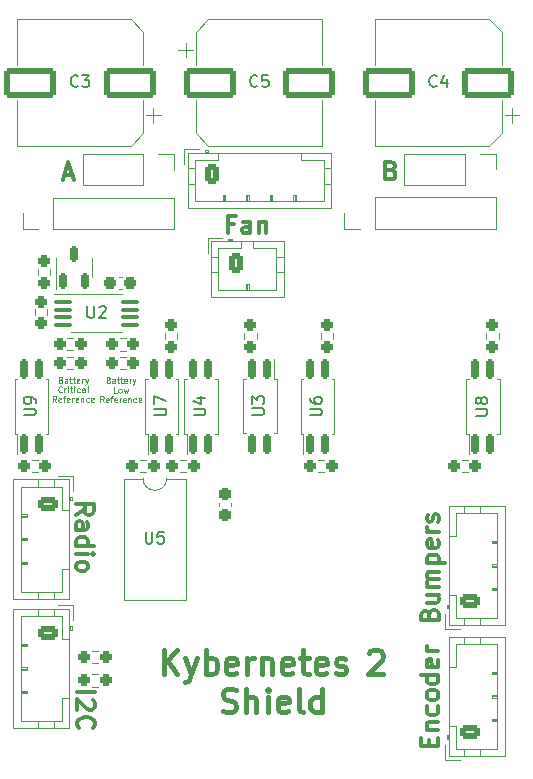
<source format=gto>
G04 #@! TF.GenerationSoftware,KiCad,Pcbnew,7.0.0*
G04 #@! TF.CreationDate,2023-03-02T16:39:17-08:00*
G04 #@! TF.ProjectId,KYBERNETES-CHASSIS-SHIELD,4b594245-524e-4455-9445-532d43484153,rev?*
G04 #@! TF.SameCoordinates,Original*
G04 #@! TF.FileFunction,Legend,Top*
G04 #@! TF.FilePolarity,Positive*
%FSLAX46Y46*%
G04 Gerber Fmt 4.6, Leading zero omitted, Abs format (unit mm)*
G04 Created by KiCad (PCBNEW 7.0.0) date 2023-03-02 16:39:17*
%MOMM*%
%LPD*%
G01*
G04 APERTURE LIST*
G04 Aperture macros list*
%AMRoundRect*
0 Rectangle with rounded corners*
0 $1 Rounding radius*
0 $2 $3 $4 $5 $6 $7 $8 $9 X,Y pos of 4 corners*
0 Add a 4 corners polygon primitive as box body*
4,1,4,$2,$3,$4,$5,$6,$7,$8,$9,$2,$3,0*
0 Add four circle primitives for the rounded corners*
1,1,$1+$1,$2,$3*
1,1,$1+$1,$4,$5*
1,1,$1+$1,$6,$7*
1,1,$1+$1,$8,$9*
0 Add four rect primitives between the rounded corners*
20,1,$1+$1,$2,$3,$4,$5,0*
20,1,$1+$1,$4,$5,$6,$7,0*
20,1,$1+$1,$6,$7,$8,$9,0*
20,1,$1+$1,$8,$9,$2,$3,0*%
G04 Aperture macros list end*
%ADD10C,0.400000*%
%ADD11C,0.300000*%
%ADD12C,0.125000*%
%ADD13C,0.150000*%
%ADD14C,0.120000*%
%ADD15RoundRect,0.150000X0.150000X-0.662500X0.150000X0.662500X-0.150000X0.662500X-0.150000X-0.662500X0*%
%ADD16RoundRect,0.237500X0.250000X0.237500X-0.250000X0.237500X-0.250000X-0.237500X0.250000X-0.237500X0*%
%ADD17RoundRect,0.237500X-0.250000X-0.237500X0.250000X-0.237500X0.250000X0.237500X-0.250000X0.237500X0*%
%ADD18RoundRect,0.237500X-0.237500X0.250000X-0.237500X-0.250000X0.237500X-0.250000X0.237500X0.250000X0*%
%ADD19RoundRect,0.237500X0.237500X-0.250000X0.237500X0.250000X-0.237500X0.250000X-0.237500X-0.250000X0*%
%ADD20RoundRect,0.250000X-1.950000X-1.000000X1.950000X-1.000000X1.950000X1.000000X-1.950000X1.000000X0*%
%ADD21RoundRect,0.237500X-0.237500X0.300000X-0.237500X-0.300000X0.237500X-0.300000X0.237500X0.300000X0*%
%ADD22R,1.600000X1.600000*%
%ADD23O,1.600000X1.600000*%
%ADD24RoundRect,0.250000X1.950000X1.000000X-1.950000X1.000000X-1.950000X-1.000000X1.950000X-1.000000X0*%
%ADD25R,1.700000X1.700000*%
%ADD26O,1.700000X1.700000*%
%ADD27RoundRect,0.250000X0.625000X-0.350000X0.625000X0.350000X-0.625000X0.350000X-0.625000X-0.350000X0*%
%ADD28O,1.750000X1.200000*%
%ADD29RoundRect,0.150000X-0.150000X0.662500X-0.150000X-0.662500X0.150000X-0.662500X0.150000X0.662500X0*%
%ADD30RoundRect,0.237500X0.300000X0.237500X-0.300000X0.237500X-0.300000X-0.237500X0.300000X-0.237500X0*%
%ADD31RoundRect,0.250000X-0.625000X0.350000X-0.625000X-0.350000X0.625000X-0.350000X0.625000X0.350000X0*%
%ADD32C,3.200000*%
%ADD33O,1.727200X1.727200*%
%ADD34R,1.727200X1.727200*%
%ADD35RoundRect,0.250000X-0.350000X-0.625000X0.350000X-0.625000X0.350000X0.625000X-0.350000X0.625000X0*%
%ADD36O,1.200000X1.750000*%
%ADD37RoundRect,0.150000X0.150000X-0.512500X0.150000X0.512500X-0.150000X0.512500X-0.150000X-0.512500X0*%
%ADD38RoundRect,0.100000X-0.637500X-0.100000X0.637500X-0.100000X0.637500X0.100000X-0.637500X0.100000X0*%
G04 APERTURE END LIST*
D10*
X143705951Y-120274761D02*
X143705951Y-118274761D01*
X144848808Y-120274761D02*
X143991665Y-119131904D01*
X144848808Y-118274761D02*
X143705951Y-119417619D01*
X145515475Y-118941428D02*
X145991665Y-120274761D01*
X146467856Y-118941428D02*
X145991665Y-120274761D01*
X145991665Y-120274761D02*
X145801189Y-120750952D01*
X145801189Y-120750952D02*
X145705951Y-120846190D01*
X145705951Y-120846190D02*
X145515475Y-120941428D01*
X147229761Y-120274761D02*
X147229761Y-118274761D01*
X147229761Y-119036666D02*
X147420237Y-118941428D01*
X147420237Y-118941428D02*
X147801190Y-118941428D01*
X147801190Y-118941428D02*
X147991666Y-119036666D01*
X147991666Y-119036666D02*
X148086904Y-119131904D01*
X148086904Y-119131904D02*
X148182142Y-119322380D01*
X148182142Y-119322380D02*
X148182142Y-119893809D01*
X148182142Y-119893809D02*
X148086904Y-120084285D01*
X148086904Y-120084285D02*
X147991666Y-120179523D01*
X147991666Y-120179523D02*
X147801190Y-120274761D01*
X147801190Y-120274761D02*
X147420237Y-120274761D01*
X147420237Y-120274761D02*
X147229761Y-120179523D01*
X149801190Y-120179523D02*
X149610714Y-120274761D01*
X149610714Y-120274761D02*
X149229761Y-120274761D01*
X149229761Y-120274761D02*
X149039285Y-120179523D01*
X149039285Y-120179523D02*
X148944047Y-119989047D01*
X148944047Y-119989047D02*
X148944047Y-119227142D01*
X148944047Y-119227142D02*
X149039285Y-119036666D01*
X149039285Y-119036666D02*
X149229761Y-118941428D01*
X149229761Y-118941428D02*
X149610714Y-118941428D01*
X149610714Y-118941428D02*
X149801190Y-119036666D01*
X149801190Y-119036666D02*
X149896428Y-119227142D01*
X149896428Y-119227142D02*
X149896428Y-119417619D01*
X149896428Y-119417619D02*
X148944047Y-119608095D01*
X150753571Y-120274761D02*
X150753571Y-118941428D01*
X150753571Y-119322380D02*
X150848809Y-119131904D01*
X150848809Y-119131904D02*
X150944047Y-119036666D01*
X150944047Y-119036666D02*
X151134523Y-118941428D01*
X151134523Y-118941428D02*
X151325000Y-118941428D01*
X151991666Y-118941428D02*
X151991666Y-120274761D01*
X151991666Y-119131904D02*
X152086904Y-119036666D01*
X152086904Y-119036666D02*
X152277380Y-118941428D01*
X152277380Y-118941428D02*
X152563095Y-118941428D01*
X152563095Y-118941428D02*
X152753571Y-119036666D01*
X152753571Y-119036666D02*
X152848809Y-119227142D01*
X152848809Y-119227142D02*
X152848809Y-120274761D01*
X154563095Y-120179523D02*
X154372619Y-120274761D01*
X154372619Y-120274761D02*
X153991666Y-120274761D01*
X153991666Y-120274761D02*
X153801190Y-120179523D01*
X153801190Y-120179523D02*
X153705952Y-119989047D01*
X153705952Y-119989047D02*
X153705952Y-119227142D01*
X153705952Y-119227142D02*
X153801190Y-119036666D01*
X153801190Y-119036666D02*
X153991666Y-118941428D01*
X153991666Y-118941428D02*
X154372619Y-118941428D01*
X154372619Y-118941428D02*
X154563095Y-119036666D01*
X154563095Y-119036666D02*
X154658333Y-119227142D01*
X154658333Y-119227142D02*
X154658333Y-119417619D01*
X154658333Y-119417619D02*
X153705952Y-119608095D01*
X155229762Y-118941428D02*
X155991666Y-118941428D01*
X155515476Y-118274761D02*
X155515476Y-119989047D01*
X155515476Y-119989047D02*
X155610714Y-120179523D01*
X155610714Y-120179523D02*
X155801190Y-120274761D01*
X155801190Y-120274761D02*
X155991666Y-120274761D01*
X157420238Y-120179523D02*
X157229762Y-120274761D01*
X157229762Y-120274761D02*
X156848809Y-120274761D01*
X156848809Y-120274761D02*
X156658333Y-120179523D01*
X156658333Y-120179523D02*
X156563095Y-119989047D01*
X156563095Y-119989047D02*
X156563095Y-119227142D01*
X156563095Y-119227142D02*
X156658333Y-119036666D01*
X156658333Y-119036666D02*
X156848809Y-118941428D01*
X156848809Y-118941428D02*
X157229762Y-118941428D01*
X157229762Y-118941428D02*
X157420238Y-119036666D01*
X157420238Y-119036666D02*
X157515476Y-119227142D01*
X157515476Y-119227142D02*
X157515476Y-119417619D01*
X157515476Y-119417619D02*
X156563095Y-119608095D01*
X158277381Y-120179523D02*
X158467857Y-120274761D01*
X158467857Y-120274761D02*
X158848809Y-120274761D01*
X158848809Y-120274761D02*
X159039286Y-120179523D01*
X159039286Y-120179523D02*
X159134524Y-119989047D01*
X159134524Y-119989047D02*
X159134524Y-119893809D01*
X159134524Y-119893809D02*
X159039286Y-119703333D01*
X159039286Y-119703333D02*
X158848809Y-119608095D01*
X158848809Y-119608095D02*
X158563095Y-119608095D01*
X158563095Y-119608095D02*
X158372619Y-119512857D01*
X158372619Y-119512857D02*
X158277381Y-119322380D01*
X158277381Y-119322380D02*
X158277381Y-119227142D01*
X158277381Y-119227142D02*
X158372619Y-119036666D01*
X158372619Y-119036666D02*
X158563095Y-118941428D01*
X158563095Y-118941428D02*
X158848809Y-118941428D01*
X158848809Y-118941428D02*
X159039286Y-119036666D01*
X161096429Y-118465238D02*
X161191667Y-118370000D01*
X161191667Y-118370000D02*
X161382143Y-118274761D01*
X161382143Y-118274761D02*
X161858334Y-118274761D01*
X161858334Y-118274761D02*
X162048810Y-118370000D01*
X162048810Y-118370000D02*
X162144048Y-118465238D01*
X162144048Y-118465238D02*
X162239286Y-118655714D01*
X162239286Y-118655714D02*
X162239286Y-118846190D01*
X162239286Y-118846190D02*
X162144048Y-119131904D01*
X162144048Y-119131904D02*
X161001191Y-120274761D01*
X161001191Y-120274761D02*
X162239286Y-120274761D01*
X148686904Y-123419523D02*
X148972618Y-123514761D01*
X148972618Y-123514761D02*
X149448809Y-123514761D01*
X149448809Y-123514761D02*
X149639285Y-123419523D01*
X149639285Y-123419523D02*
X149734523Y-123324285D01*
X149734523Y-123324285D02*
X149829761Y-123133809D01*
X149829761Y-123133809D02*
X149829761Y-122943333D01*
X149829761Y-122943333D02*
X149734523Y-122752857D01*
X149734523Y-122752857D02*
X149639285Y-122657619D01*
X149639285Y-122657619D02*
X149448809Y-122562380D01*
X149448809Y-122562380D02*
X149067856Y-122467142D01*
X149067856Y-122467142D02*
X148877380Y-122371904D01*
X148877380Y-122371904D02*
X148782142Y-122276666D01*
X148782142Y-122276666D02*
X148686904Y-122086190D01*
X148686904Y-122086190D02*
X148686904Y-121895714D01*
X148686904Y-121895714D02*
X148782142Y-121705238D01*
X148782142Y-121705238D02*
X148877380Y-121610000D01*
X148877380Y-121610000D02*
X149067856Y-121514761D01*
X149067856Y-121514761D02*
X149544047Y-121514761D01*
X149544047Y-121514761D02*
X149829761Y-121610000D01*
X150686904Y-123514761D02*
X150686904Y-121514761D01*
X151544047Y-123514761D02*
X151544047Y-122467142D01*
X151544047Y-122467142D02*
X151448809Y-122276666D01*
X151448809Y-122276666D02*
X151258333Y-122181428D01*
X151258333Y-122181428D02*
X150972618Y-122181428D01*
X150972618Y-122181428D02*
X150782142Y-122276666D01*
X150782142Y-122276666D02*
X150686904Y-122371904D01*
X152496428Y-123514761D02*
X152496428Y-122181428D01*
X152496428Y-121514761D02*
X152401190Y-121610000D01*
X152401190Y-121610000D02*
X152496428Y-121705238D01*
X152496428Y-121705238D02*
X152591666Y-121610000D01*
X152591666Y-121610000D02*
X152496428Y-121514761D01*
X152496428Y-121514761D02*
X152496428Y-121705238D01*
X154210714Y-123419523D02*
X154020238Y-123514761D01*
X154020238Y-123514761D02*
X153639285Y-123514761D01*
X153639285Y-123514761D02*
X153448809Y-123419523D01*
X153448809Y-123419523D02*
X153353571Y-123229047D01*
X153353571Y-123229047D02*
X153353571Y-122467142D01*
X153353571Y-122467142D02*
X153448809Y-122276666D01*
X153448809Y-122276666D02*
X153639285Y-122181428D01*
X153639285Y-122181428D02*
X154020238Y-122181428D01*
X154020238Y-122181428D02*
X154210714Y-122276666D01*
X154210714Y-122276666D02*
X154305952Y-122467142D01*
X154305952Y-122467142D02*
X154305952Y-122657619D01*
X154305952Y-122657619D02*
X153353571Y-122848095D01*
X155448809Y-123514761D02*
X155258333Y-123419523D01*
X155258333Y-123419523D02*
X155163095Y-123229047D01*
X155163095Y-123229047D02*
X155163095Y-121514761D01*
X157067857Y-123514761D02*
X157067857Y-121514761D01*
X157067857Y-123419523D02*
X156877381Y-123514761D01*
X156877381Y-123514761D02*
X156496428Y-123514761D01*
X156496428Y-123514761D02*
X156305952Y-123419523D01*
X156305952Y-123419523D02*
X156210714Y-123324285D01*
X156210714Y-123324285D02*
X156115476Y-123133809D01*
X156115476Y-123133809D02*
X156115476Y-122562380D01*
X156115476Y-122562380D02*
X156210714Y-122371904D01*
X156210714Y-122371904D02*
X156305952Y-122276666D01*
X156305952Y-122276666D02*
X156496428Y-122181428D01*
X156496428Y-122181428D02*
X156877381Y-122181428D01*
X156877381Y-122181428D02*
X157067857Y-122276666D01*
D11*
X135265714Y-78005000D02*
X135980000Y-78005000D01*
X135122857Y-78433571D02*
X135622857Y-76933571D01*
X135622857Y-76933571D02*
X136122857Y-78433571D01*
X166162857Y-126367857D02*
X166162857Y-125867857D01*
X166948571Y-125653571D02*
X166948571Y-126367857D01*
X166948571Y-126367857D02*
X165448571Y-126367857D01*
X165448571Y-126367857D02*
X165448571Y-125653571D01*
X165948571Y-125010714D02*
X166948571Y-125010714D01*
X166091428Y-125010714D02*
X166020000Y-124939285D01*
X166020000Y-124939285D02*
X165948571Y-124796428D01*
X165948571Y-124796428D02*
X165948571Y-124582142D01*
X165948571Y-124582142D02*
X166020000Y-124439285D01*
X166020000Y-124439285D02*
X166162857Y-124367857D01*
X166162857Y-124367857D02*
X166948571Y-124367857D01*
X166877142Y-123010714D02*
X166948571Y-123153571D01*
X166948571Y-123153571D02*
X166948571Y-123439285D01*
X166948571Y-123439285D02*
X166877142Y-123582142D01*
X166877142Y-123582142D02*
X166805714Y-123653571D01*
X166805714Y-123653571D02*
X166662857Y-123724999D01*
X166662857Y-123724999D02*
X166234285Y-123724999D01*
X166234285Y-123724999D02*
X166091428Y-123653571D01*
X166091428Y-123653571D02*
X166020000Y-123582142D01*
X166020000Y-123582142D02*
X165948571Y-123439285D01*
X165948571Y-123439285D02*
X165948571Y-123153571D01*
X165948571Y-123153571D02*
X166020000Y-123010714D01*
X166948571Y-122153571D02*
X166877142Y-122296428D01*
X166877142Y-122296428D02*
X166805714Y-122367857D01*
X166805714Y-122367857D02*
X166662857Y-122439285D01*
X166662857Y-122439285D02*
X166234285Y-122439285D01*
X166234285Y-122439285D02*
X166091428Y-122367857D01*
X166091428Y-122367857D02*
X166020000Y-122296428D01*
X166020000Y-122296428D02*
X165948571Y-122153571D01*
X165948571Y-122153571D02*
X165948571Y-121939285D01*
X165948571Y-121939285D02*
X166020000Y-121796428D01*
X166020000Y-121796428D02*
X166091428Y-121725000D01*
X166091428Y-121725000D02*
X166234285Y-121653571D01*
X166234285Y-121653571D02*
X166662857Y-121653571D01*
X166662857Y-121653571D02*
X166805714Y-121725000D01*
X166805714Y-121725000D02*
X166877142Y-121796428D01*
X166877142Y-121796428D02*
X166948571Y-121939285D01*
X166948571Y-121939285D02*
X166948571Y-122153571D01*
X166948571Y-120367857D02*
X165448571Y-120367857D01*
X166877142Y-120367857D02*
X166948571Y-120510714D01*
X166948571Y-120510714D02*
X166948571Y-120796428D01*
X166948571Y-120796428D02*
X166877142Y-120939285D01*
X166877142Y-120939285D02*
X166805714Y-121010714D01*
X166805714Y-121010714D02*
X166662857Y-121082142D01*
X166662857Y-121082142D02*
X166234285Y-121082142D01*
X166234285Y-121082142D02*
X166091428Y-121010714D01*
X166091428Y-121010714D02*
X166020000Y-120939285D01*
X166020000Y-120939285D02*
X165948571Y-120796428D01*
X165948571Y-120796428D02*
X165948571Y-120510714D01*
X165948571Y-120510714D02*
X166020000Y-120367857D01*
X166877142Y-119082142D02*
X166948571Y-119224999D01*
X166948571Y-119224999D02*
X166948571Y-119510714D01*
X166948571Y-119510714D02*
X166877142Y-119653571D01*
X166877142Y-119653571D02*
X166734285Y-119724999D01*
X166734285Y-119724999D02*
X166162857Y-119724999D01*
X166162857Y-119724999D02*
X166020000Y-119653571D01*
X166020000Y-119653571D02*
X165948571Y-119510714D01*
X165948571Y-119510714D02*
X165948571Y-119224999D01*
X165948571Y-119224999D02*
X166020000Y-119082142D01*
X166020000Y-119082142D02*
X166162857Y-119010714D01*
X166162857Y-119010714D02*
X166305714Y-119010714D01*
X166305714Y-119010714D02*
X166448571Y-119724999D01*
X166948571Y-118367857D02*
X165948571Y-118367857D01*
X166234285Y-118367857D02*
X166091428Y-118296428D01*
X166091428Y-118296428D02*
X166020000Y-118225000D01*
X166020000Y-118225000D02*
X165948571Y-118082142D01*
X165948571Y-118082142D02*
X165948571Y-117939285D01*
X136276428Y-106774285D02*
X136990714Y-106274285D01*
X136276428Y-105917142D02*
X137776428Y-105917142D01*
X137776428Y-105917142D02*
X137776428Y-106488571D01*
X137776428Y-106488571D02*
X137705000Y-106631428D01*
X137705000Y-106631428D02*
X137633571Y-106702857D01*
X137633571Y-106702857D02*
X137490714Y-106774285D01*
X137490714Y-106774285D02*
X137276428Y-106774285D01*
X137276428Y-106774285D02*
X137133571Y-106702857D01*
X137133571Y-106702857D02*
X137062142Y-106631428D01*
X137062142Y-106631428D02*
X136990714Y-106488571D01*
X136990714Y-106488571D02*
X136990714Y-105917142D01*
X136276428Y-108060000D02*
X137062142Y-108060000D01*
X137062142Y-108060000D02*
X137205000Y-107988571D01*
X137205000Y-107988571D02*
X137276428Y-107845714D01*
X137276428Y-107845714D02*
X137276428Y-107560000D01*
X137276428Y-107560000D02*
X137205000Y-107417142D01*
X136347857Y-108060000D02*
X136276428Y-107917142D01*
X136276428Y-107917142D02*
X136276428Y-107560000D01*
X136276428Y-107560000D02*
X136347857Y-107417142D01*
X136347857Y-107417142D02*
X136490714Y-107345714D01*
X136490714Y-107345714D02*
X136633571Y-107345714D01*
X136633571Y-107345714D02*
X136776428Y-107417142D01*
X136776428Y-107417142D02*
X136847857Y-107560000D01*
X136847857Y-107560000D02*
X136847857Y-107917142D01*
X136847857Y-107917142D02*
X136919285Y-108060000D01*
X136276428Y-109417143D02*
X137776428Y-109417143D01*
X136347857Y-109417143D02*
X136276428Y-109274285D01*
X136276428Y-109274285D02*
X136276428Y-108988571D01*
X136276428Y-108988571D02*
X136347857Y-108845714D01*
X136347857Y-108845714D02*
X136419285Y-108774285D01*
X136419285Y-108774285D02*
X136562142Y-108702857D01*
X136562142Y-108702857D02*
X136990714Y-108702857D01*
X136990714Y-108702857D02*
X137133571Y-108774285D01*
X137133571Y-108774285D02*
X137205000Y-108845714D01*
X137205000Y-108845714D02*
X137276428Y-108988571D01*
X137276428Y-108988571D02*
X137276428Y-109274285D01*
X137276428Y-109274285D02*
X137205000Y-109417143D01*
X136276428Y-110131428D02*
X137276428Y-110131428D01*
X137776428Y-110131428D02*
X137705000Y-110060000D01*
X137705000Y-110060000D02*
X137633571Y-110131428D01*
X137633571Y-110131428D02*
X137705000Y-110202857D01*
X137705000Y-110202857D02*
X137776428Y-110131428D01*
X137776428Y-110131428D02*
X137633571Y-110131428D01*
X136276428Y-111060000D02*
X136347857Y-110917143D01*
X136347857Y-110917143D02*
X136419285Y-110845714D01*
X136419285Y-110845714D02*
X136562142Y-110774286D01*
X136562142Y-110774286D02*
X136990714Y-110774286D01*
X136990714Y-110774286D02*
X137133571Y-110845714D01*
X137133571Y-110845714D02*
X137205000Y-110917143D01*
X137205000Y-110917143D02*
X137276428Y-111060000D01*
X137276428Y-111060000D02*
X137276428Y-111274286D01*
X137276428Y-111274286D02*
X137205000Y-111417143D01*
X137205000Y-111417143D02*
X137133571Y-111488572D01*
X137133571Y-111488572D02*
X136990714Y-111560000D01*
X136990714Y-111560000D02*
X136562142Y-111560000D01*
X136562142Y-111560000D02*
X136419285Y-111488572D01*
X136419285Y-111488572D02*
X136347857Y-111417143D01*
X136347857Y-111417143D02*
X136276428Y-111274286D01*
X136276428Y-111274286D02*
X136276428Y-111060000D01*
X162947142Y-77617857D02*
X163161428Y-77689285D01*
X163161428Y-77689285D02*
X163232857Y-77760714D01*
X163232857Y-77760714D02*
X163304285Y-77903571D01*
X163304285Y-77903571D02*
X163304285Y-78117857D01*
X163304285Y-78117857D02*
X163232857Y-78260714D01*
X163232857Y-78260714D02*
X163161428Y-78332142D01*
X163161428Y-78332142D02*
X163018571Y-78403571D01*
X163018571Y-78403571D02*
X162447142Y-78403571D01*
X162447142Y-78403571D02*
X162447142Y-76903571D01*
X162447142Y-76903571D02*
X162947142Y-76903571D01*
X162947142Y-76903571D02*
X163090000Y-76975000D01*
X163090000Y-76975000D02*
X163161428Y-77046428D01*
X163161428Y-77046428D02*
X163232857Y-77189285D01*
X163232857Y-77189285D02*
X163232857Y-77332142D01*
X163232857Y-77332142D02*
X163161428Y-77475000D01*
X163161428Y-77475000D02*
X163090000Y-77546428D01*
X163090000Y-77546428D02*
X162947142Y-77617857D01*
X162947142Y-77617857D02*
X162447142Y-77617857D01*
D12*
X134989286Y-95359285D02*
X135060714Y-95383095D01*
X135060714Y-95383095D02*
X135084524Y-95406904D01*
X135084524Y-95406904D02*
X135108333Y-95454523D01*
X135108333Y-95454523D02*
X135108333Y-95525952D01*
X135108333Y-95525952D02*
X135084524Y-95573571D01*
X135084524Y-95573571D02*
X135060714Y-95597380D01*
X135060714Y-95597380D02*
X135013095Y-95621190D01*
X135013095Y-95621190D02*
X134822619Y-95621190D01*
X134822619Y-95621190D02*
X134822619Y-95121190D01*
X134822619Y-95121190D02*
X134989286Y-95121190D01*
X134989286Y-95121190D02*
X135036905Y-95145000D01*
X135036905Y-95145000D02*
X135060714Y-95168809D01*
X135060714Y-95168809D02*
X135084524Y-95216428D01*
X135084524Y-95216428D02*
X135084524Y-95264047D01*
X135084524Y-95264047D02*
X135060714Y-95311666D01*
X135060714Y-95311666D02*
X135036905Y-95335476D01*
X135036905Y-95335476D02*
X134989286Y-95359285D01*
X134989286Y-95359285D02*
X134822619Y-95359285D01*
X135536905Y-95621190D02*
X135536905Y-95359285D01*
X135536905Y-95359285D02*
X135513095Y-95311666D01*
X135513095Y-95311666D02*
X135465476Y-95287857D01*
X135465476Y-95287857D02*
X135370238Y-95287857D01*
X135370238Y-95287857D02*
X135322619Y-95311666D01*
X135536905Y-95597380D02*
X135489286Y-95621190D01*
X135489286Y-95621190D02*
X135370238Y-95621190D01*
X135370238Y-95621190D02*
X135322619Y-95597380D01*
X135322619Y-95597380D02*
X135298810Y-95549761D01*
X135298810Y-95549761D02*
X135298810Y-95502142D01*
X135298810Y-95502142D02*
X135322619Y-95454523D01*
X135322619Y-95454523D02*
X135370238Y-95430714D01*
X135370238Y-95430714D02*
X135489286Y-95430714D01*
X135489286Y-95430714D02*
X135536905Y-95406904D01*
X135703572Y-95287857D02*
X135894048Y-95287857D01*
X135775000Y-95121190D02*
X135775000Y-95549761D01*
X135775000Y-95549761D02*
X135798810Y-95597380D01*
X135798810Y-95597380D02*
X135846429Y-95621190D01*
X135846429Y-95621190D02*
X135894048Y-95621190D01*
X135989286Y-95287857D02*
X136179762Y-95287857D01*
X136060714Y-95121190D02*
X136060714Y-95549761D01*
X136060714Y-95549761D02*
X136084524Y-95597380D01*
X136084524Y-95597380D02*
X136132143Y-95621190D01*
X136132143Y-95621190D02*
X136179762Y-95621190D01*
X136536904Y-95597380D02*
X136489285Y-95621190D01*
X136489285Y-95621190D02*
X136394047Y-95621190D01*
X136394047Y-95621190D02*
X136346428Y-95597380D01*
X136346428Y-95597380D02*
X136322619Y-95549761D01*
X136322619Y-95549761D02*
X136322619Y-95359285D01*
X136322619Y-95359285D02*
X136346428Y-95311666D01*
X136346428Y-95311666D02*
X136394047Y-95287857D01*
X136394047Y-95287857D02*
X136489285Y-95287857D01*
X136489285Y-95287857D02*
X136536904Y-95311666D01*
X136536904Y-95311666D02*
X136560714Y-95359285D01*
X136560714Y-95359285D02*
X136560714Y-95406904D01*
X136560714Y-95406904D02*
X136322619Y-95454523D01*
X136774999Y-95621190D02*
X136774999Y-95287857D01*
X136774999Y-95383095D02*
X136798809Y-95335476D01*
X136798809Y-95335476D02*
X136822618Y-95311666D01*
X136822618Y-95311666D02*
X136870237Y-95287857D01*
X136870237Y-95287857D02*
X136917856Y-95287857D01*
X137036904Y-95287857D02*
X137155952Y-95621190D01*
X137274999Y-95287857D02*
X137155952Y-95621190D01*
X137155952Y-95621190D02*
X137108333Y-95740238D01*
X137108333Y-95740238D02*
X137084523Y-95764047D01*
X137084523Y-95764047D02*
X137036904Y-95787857D01*
X135072619Y-96383571D02*
X135048810Y-96407380D01*
X135048810Y-96407380D02*
X134977381Y-96431190D01*
X134977381Y-96431190D02*
X134929762Y-96431190D01*
X134929762Y-96431190D02*
X134858334Y-96407380D01*
X134858334Y-96407380D02*
X134810715Y-96359761D01*
X134810715Y-96359761D02*
X134786905Y-96312142D01*
X134786905Y-96312142D02*
X134763096Y-96216904D01*
X134763096Y-96216904D02*
X134763096Y-96145476D01*
X134763096Y-96145476D02*
X134786905Y-96050238D01*
X134786905Y-96050238D02*
X134810715Y-96002619D01*
X134810715Y-96002619D02*
X134858334Y-95955000D01*
X134858334Y-95955000D02*
X134929762Y-95931190D01*
X134929762Y-95931190D02*
X134977381Y-95931190D01*
X134977381Y-95931190D02*
X135048810Y-95955000D01*
X135048810Y-95955000D02*
X135072619Y-95978809D01*
X135286905Y-96431190D02*
X135286905Y-96097857D01*
X135286905Y-96193095D02*
X135310715Y-96145476D01*
X135310715Y-96145476D02*
X135334524Y-96121666D01*
X135334524Y-96121666D02*
X135382143Y-96097857D01*
X135382143Y-96097857D02*
X135429762Y-96097857D01*
X135596429Y-96431190D02*
X135596429Y-96097857D01*
X135596429Y-95931190D02*
X135572620Y-95955000D01*
X135572620Y-95955000D02*
X135596429Y-95978809D01*
X135596429Y-95978809D02*
X135620239Y-95955000D01*
X135620239Y-95955000D02*
X135596429Y-95931190D01*
X135596429Y-95931190D02*
X135596429Y-95978809D01*
X135763096Y-96097857D02*
X135953572Y-96097857D01*
X135834524Y-95931190D02*
X135834524Y-96359761D01*
X135834524Y-96359761D02*
X135858334Y-96407380D01*
X135858334Y-96407380D02*
X135905953Y-96431190D01*
X135905953Y-96431190D02*
X135953572Y-96431190D01*
X136120238Y-96431190D02*
X136120238Y-96097857D01*
X136120238Y-95931190D02*
X136096429Y-95955000D01*
X136096429Y-95955000D02*
X136120238Y-95978809D01*
X136120238Y-95978809D02*
X136144048Y-95955000D01*
X136144048Y-95955000D02*
X136120238Y-95931190D01*
X136120238Y-95931190D02*
X136120238Y-95978809D01*
X136572619Y-96407380D02*
X136525000Y-96431190D01*
X136525000Y-96431190D02*
X136429762Y-96431190D01*
X136429762Y-96431190D02*
X136382143Y-96407380D01*
X136382143Y-96407380D02*
X136358333Y-96383571D01*
X136358333Y-96383571D02*
X136334524Y-96335952D01*
X136334524Y-96335952D02*
X136334524Y-96193095D01*
X136334524Y-96193095D02*
X136358333Y-96145476D01*
X136358333Y-96145476D02*
X136382143Y-96121666D01*
X136382143Y-96121666D02*
X136429762Y-96097857D01*
X136429762Y-96097857D02*
X136525000Y-96097857D01*
X136525000Y-96097857D02*
X136572619Y-96121666D01*
X137001190Y-96431190D02*
X137001190Y-96169285D01*
X137001190Y-96169285D02*
X136977380Y-96121666D01*
X136977380Y-96121666D02*
X136929761Y-96097857D01*
X136929761Y-96097857D02*
X136834523Y-96097857D01*
X136834523Y-96097857D02*
X136786904Y-96121666D01*
X137001190Y-96407380D02*
X136953571Y-96431190D01*
X136953571Y-96431190D02*
X136834523Y-96431190D01*
X136834523Y-96431190D02*
X136786904Y-96407380D01*
X136786904Y-96407380D02*
X136763095Y-96359761D01*
X136763095Y-96359761D02*
X136763095Y-96312142D01*
X136763095Y-96312142D02*
X136786904Y-96264523D01*
X136786904Y-96264523D02*
X136834523Y-96240714D01*
X136834523Y-96240714D02*
X136953571Y-96240714D01*
X136953571Y-96240714D02*
X137001190Y-96216904D01*
X137310714Y-96431190D02*
X137263095Y-96407380D01*
X137263095Y-96407380D02*
X137239285Y-96359761D01*
X137239285Y-96359761D02*
X137239285Y-95931190D01*
X134584524Y-97241190D02*
X134417858Y-97003095D01*
X134298810Y-97241190D02*
X134298810Y-96741190D01*
X134298810Y-96741190D02*
X134489286Y-96741190D01*
X134489286Y-96741190D02*
X134536905Y-96765000D01*
X134536905Y-96765000D02*
X134560715Y-96788809D01*
X134560715Y-96788809D02*
X134584524Y-96836428D01*
X134584524Y-96836428D02*
X134584524Y-96907857D01*
X134584524Y-96907857D02*
X134560715Y-96955476D01*
X134560715Y-96955476D02*
X134536905Y-96979285D01*
X134536905Y-96979285D02*
X134489286Y-97003095D01*
X134489286Y-97003095D02*
X134298810Y-97003095D01*
X134989286Y-97217380D02*
X134941667Y-97241190D01*
X134941667Y-97241190D02*
X134846429Y-97241190D01*
X134846429Y-97241190D02*
X134798810Y-97217380D01*
X134798810Y-97217380D02*
X134775001Y-97169761D01*
X134775001Y-97169761D02*
X134775001Y-96979285D01*
X134775001Y-96979285D02*
X134798810Y-96931666D01*
X134798810Y-96931666D02*
X134846429Y-96907857D01*
X134846429Y-96907857D02*
X134941667Y-96907857D01*
X134941667Y-96907857D02*
X134989286Y-96931666D01*
X134989286Y-96931666D02*
X135013096Y-96979285D01*
X135013096Y-96979285D02*
X135013096Y-97026904D01*
X135013096Y-97026904D02*
X134775001Y-97074523D01*
X135155953Y-96907857D02*
X135346429Y-96907857D01*
X135227381Y-97241190D02*
X135227381Y-96812619D01*
X135227381Y-96812619D02*
X135251191Y-96765000D01*
X135251191Y-96765000D02*
X135298810Y-96741190D01*
X135298810Y-96741190D02*
X135346429Y-96741190D01*
X135703571Y-97217380D02*
X135655952Y-97241190D01*
X135655952Y-97241190D02*
X135560714Y-97241190D01*
X135560714Y-97241190D02*
X135513095Y-97217380D01*
X135513095Y-97217380D02*
X135489286Y-97169761D01*
X135489286Y-97169761D02*
X135489286Y-96979285D01*
X135489286Y-96979285D02*
X135513095Y-96931666D01*
X135513095Y-96931666D02*
X135560714Y-96907857D01*
X135560714Y-96907857D02*
X135655952Y-96907857D01*
X135655952Y-96907857D02*
X135703571Y-96931666D01*
X135703571Y-96931666D02*
X135727381Y-96979285D01*
X135727381Y-96979285D02*
X135727381Y-97026904D01*
X135727381Y-97026904D02*
X135489286Y-97074523D01*
X135941666Y-97241190D02*
X135941666Y-96907857D01*
X135941666Y-97003095D02*
X135965476Y-96955476D01*
X135965476Y-96955476D02*
X135989285Y-96931666D01*
X135989285Y-96931666D02*
X136036904Y-96907857D01*
X136036904Y-96907857D02*
X136084523Y-96907857D01*
X136441666Y-97217380D02*
X136394047Y-97241190D01*
X136394047Y-97241190D02*
X136298809Y-97241190D01*
X136298809Y-97241190D02*
X136251190Y-97217380D01*
X136251190Y-97217380D02*
X136227381Y-97169761D01*
X136227381Y-97169761D02*
X136227381Y-96979285D01*
X136227381Y-96979285D02*
X136251190Y-96931666D01*
X136251190Y-96931666D02*
X136298809Y-96907857D01*
X136298809Y-96907857D02*
X136394047Y-96907857D01*
X136394047Y-96907857D02*
X136441666Y-96931666D01*
X136441666Y-96931666D02*
X136465476Y-96979285D01*
X136465476Y-96979285D02*
X136465476Y-97026904D01*
X136465476Y-97026904D02*
X136227381Y-97074523D01*
X136679761Y-96907857D02*
X136679761Y-97241190D01*
X136679761Y-96955476D02*
X136703571Y-96931666D01*
X136703571Y-96931666D02*
X136751190Y-96907857D01*
X136751190Y-96907857D02*
X136822618Y-96907857D01*
X136822618Y-96907857D02*
X136870237Y-96931666D01*
X136870237Y-96931666D02*
X136894047Y-96979285D01*
X136894047Y-96979285D02*
X136894047Y-97241190D01*
X137346428Y-97217380D02*
X137298809Y-97241190D01*
X137298809Y-97241190D02*
X137203571Y-97241190D01*
X137203571Y-97241190D02*
X137155952Y-97217380D01*
X137155952Y-97217380D02*
X137132142Y-97193571D01*
X137132142Y-97193571D02*
X137108333Y-97145952D01*
X137108333Y-97145952D02*
X137108333Y-97003095D01*
X137108333Y-97003095D02*
X137132142Y-96955476D01*
X137132142Y-96955476D02*
X137155952Y-96931666D01*
X137155952Y-96931666D02*
X137203571Y-96907857D01*
X137203571Y-96907857D02*
X137298809Y-96907857D01*
X137298809Y-96907857D02*
X137346428Y-96931666D01*
X137751189Y-97217380D02*
X137703570Y-97241190D01*
X137703570Y-97241190D02*
X137608332Y-97241190D01*
X137608332Y-97241190D02*
X137560713Y-97217380D01*
X137560713Y-97217380D02*
X137536904Y-97169761D01*
X137536904Y-97169761D02*
X137536904Y-96979285D01*
X137536904Y-96979285D02*
X137560713Y-96931666D01*
X137560713Y-96931666D02*
X137608332Y-96907857D01*
X137608332Y-96907857D02*
X137703570Y-96907857D01*
X137703570Y-96907857D02*
X137751189Y-96931666D01*
X137751189Y-96931666D02*
X137774999Y-96979285D01*
X137774999Y-96979285D02*
X137774999Y-97026904D01*
X137774999Y-97026904D02*
X137536904Y-97074523D01*
D11*
X149607142Y-82187857D02*
X149107142Y-82187857D01*
X149107142Y-82973571D02*
X149107142Y-81473571D01*
X149107142Y-81473571D02*
X149821428Y-81473571D01*
X151035714Y-82973571D02*
X151035714Y-82187857D01*
X151035714Y-82187857D02*
X150964285Y-82045000D01*
X150964285Y-82045000D02*
X150821428Y-81973571D01*
X150821428Y-81973571D02*
X150535714Y-81973571D01*
X150535714Y-81973571D02*
X150392856Y-82045000D01*
X151035714Y-82902142D02*
X150892856Y-82973571D01*
X150892856Y-82973571D02*
X150535714Y-82973571D01*
X150535714Y-82973571D02*
X150392856Y-82902142D01*
X150392856Y-82902142D02*
X150321428Y-82759285D01*
X150321428Y-82759285D02*
X150321428Y-82616428D01*
X150321428Y-82616428D02*
X150392856Y-82473571D01*
X150392856Y-82473571D02*
X150535714Y-82402142D01*
X150535714Y-82402142D02*
X150892856Y-82402142D01*
X150892856Y-82402142D02*
X151035714Y-82330714D01*
X151749999Y-81973571D02*
X151749999Y-82973571D01*
X151749999Y-82116428D02*
X151821428Y-82045000D01*
X151821428Y-82045000D02*
X151964285Y-81973571D01*
X151964285Y-81973571D02*
X152178571Y-81973571D01*
X152178571Y-81973571D02*
X152321428Y-82045000D01*
X152321428Y-82045000D02*
X152392857Y-82187857D01*
X152392857Y-82187857D02*
X152392857Y-82973571D01*
X136376428Y-121832142D02*
X137876428Y-121832142D01*
X137733571Y-122475000D02*
X137805000Y-122546428D01*
X137805000Y-122546428D02*
X137876428Y-122689286D01*
X137876428Y-122689286D02*
X137876428Y-123046428D01*
X137876428Y-123046428D02*
X137805000Y-123189286D01*
X137805000Y-123189286D02*
X137733571Y-123260714D01*
X137733571Y-123260714D02*
X137590714Y-123332143D01*
X137590714Y-123332143D02*
X137447857Y-123332143D01*
X137447857Y-123332143D02*
X137233571Y-123260714D01*
X137233571Y-123260714D02*
X136376428Y-122403571D01*
X136376428Y-122403571D02*
X136376428Y-123332143D01*
X136519285Y-124832142D02*
X136447857Y-124760714D01*
X136447857Y-124760714D02*
X136376428Y-124546428D01*
X136376428Y-124546428D02*
X136376428Y-124403571D01*
X136376428Y-124403571D02*
X136447857Y-124189285D01*
X136447857Y-124189285D02*
X136590714Y-124046428D01*
X136590714Y-124046428D02*
X136733571Y-123974999D01*
X136733571Y-123974999D02*
X137019285Y-123903571D01*
X137019285Y-123903571D02*
X137233571Y-123903571D01*
X137233571Y-123903571D02*
X137519285Y-123974999D01*
X137519285Y-123974999D02*
X137662142Y-124046428D01*
X137662142Y-124046428D02*
X137805000Y-124189285D01*
X137805000Y-124189285D02*
X137876428Y-124403571D01*
X137876428Y-124403571D02*
X137876428Y-124546428D01*
X137876428Y-124546428D02*
X137805000Y-124760714D01*
X137805000Y-124760714D02*
X137733571Y-124832142D01*
X166187857Y-115242857D02*
X166259285Y-115028571D01*
X166259285Y-115028571D02*
X166330714Y-114957142D01*
X166330714Y-114957142D02*
X166473571Y-114885714D01*
X166473571Y-114885714D02*
X166687857Y-114885714D01*
X166687857Y-114885714D02*
X166830714Y-114957142D01*
X166830714Y-114957142D02*
X166902142Y-115028571D01*
X166902142Y-115028571D02*
X166973571Y-115171428D01*
X166973571Y-115171428D02*
X166973571Y-115742857D01*
X166973571Y-115742857D02*
X165473571Y-115742857D01*
X165473571Y-115742857D02*
X165473571Y-115242857D01*
X165473571Y-115242857D02*
X165545000Y-115100000D01*
X165545000Y-115100000D02*
X165616428Y-115028571D01*
X165616428Y-115028571D02*
X165759285Y-114957142D01*
X165759285Y-114957142D02*
X165902142Y-114957142D01*
X165902142Y-114957142D02*
X166045000Y-115028571D01*
X166045000Y-115028571D02*
X166116428Y-115100000D01*
X166116428Y-115100000D02*
X166187857Y-115242857D01*
X166187857Y-115242857D02*
X166187857Y-115742857D01*
X165973571Y-113600000D02*
X166973571Y-113600000D01*
X165973571Y-114242857D02*
X166759285Y-114242857D01*
X166759285Y-114242857D02*
X166902142Y-114171428D01*
X166902142Y-114171428D02*
X166973571Y-114028571D01*
X166973571Y-114028571D02*
X166973571Y-113814285D01*
X166973571Y-113814285D02*
X166902142Y-113671428D01*
X166902142Y-113671428D02*
X166830714Y-113600000D01*
X166973571Y-112885714D02*
X165973571Y-112885714D01*
X166116428Y-112885714D02*
X166045000Y-112814285D01*
X166045000Y-112814285D02*
X165973571Y-112671428D01*
X165973571Y-112671428D02*
X165973571Y-112457142D01*
X165973571Y-112457142D02*
X166045000Y-112314285D01*
X166045000Y-112314285D02*
X166187857Y-112242857D01*
X166187857Y-112242857D02*
X166973571Y-112242857D01*
X166187857Y-112242857D02*
X166045000Y-112171428D01*
X166045000Y-112171428D02*
X165973571Y-112028571D01*
X165973571Y-112028571D02*
X165973571Y-111814285D01*
X165973571Y-111814285D02*
X166045000Y-111671428D01*
X166045000Y-111671428D02*
X166187857Y-111599999D01*
X166187857Y-111599999D02*
X166973571Y-111599999D01*
X165973571Y-110885714D02*
X167473571Y-110885714D01*
X166045000Y-110885714D02*
X165973571Y-110742857D01*
X165973571Y-110742857D02*
X165973571Y-110457142D01*
X165973571Y-110457142D02*
X166045000Y-110314285D01*
X166045000Y-110314285D02*
X166116428Y-110242857D01*
X166116428Y-110242857D02*
X166259285Y-110171428D01*
X166259285Y-110171428D02*
X166687857Y-110171428D01*
X166687857Y-110171428D02*
X166830714Y-110242857D01*
X166830714Y-110242857D02*
X166902142Y-110314285D01*
X166902142Y-110314285D02*
X166973571Y-110457142D01*
X166973571Y-110457142D02*
X166973571Y-110742857D01*
X166973571Y-110742857D02*
X166902142Y-110885714D01*
X166902142Y-108957142D02*
X166973571Y-109099999D01*
X166973571Y-109099999D02*
X166973571Y-109385714D01*
X166973571Y-109385714D02*
X166902142Y-109528571D01*
X166902142Y-109528571D02*
X166759285Y-109599999D01*
X166759285Y-109599999D02*
X166187857Y-109599999D01*
X166187857Y-109599999D02*
X166045000Y-109528571D01*
X166045000Y-109528571D02*
X165973571Y-109385714D01*
X165973571Y-109385714D02*
X165973571Y-109099999D01*
X165973571Y-109099999D02*
X166045000Y-108957142D01*
X166045000Y-108957142D02*
X166187857Y-108885714D01*
X166187857Y-108885714D02*
X166330714Y-108885714D01*
X166330714Y-108885714D02*
X166473571Y-109599999D01*
X166973571Y-108242857D02*
X165973571Y-108242857D01*
X166259285Y-108242857D02*
X166116428Y-108171428D01*
X166116428Y-108171428D02*
X166045000Y-108100000D01*
X166045000Y-108100000D02*
X165973571Y-107957142D01*
X165973571Y-107957142D02*
X165973571Y-107814285D01*
X166902142Y-107385714D02*
X166973571Y-107242857D01*
X166973571Y-107242857D02*
X166973571Y-106957143D01*
X166973571Y-106957143D02*
X166902142Y-106814286D01*
X166902142Y-106814286D02*
X166759285Y-106742857D01*
X166759285Y-106742857D02*
X166687857Y-106742857D01*
X166687857Y-106742857D02*
X166545000Y-106814286D01*
X166545000Y-106814286D02*
X166473571Y-106957143D01*
X166473571Y-106957143D02*
X166473571Y-107171429D01*
X166473571Y-107171429D02*
X166402142Y-107314286D01*
X166402142Y-107314286D02*
X166259285Y-107385714D01*
X166259285Y-107385714D02*
X166187857Y-107385714D01*
X166187857Y-107385714D02*
X166045000Y-107314286D01*
X166045000Y-107314286D02*
X165973571Y-107171429D01*
X165973571Y-107171429D02*
X165973571Y-106957143D01*
X165973571Y-106957143D02*
X166045000Y-106814286D01*
D12*
X139014286Y-95384285D02*
X139085714Y-95408095D01*
X139085714Y-95408095D02*
X139109524Y-95431904D01*
X139109524Y-95431904D02*
X139133333Y-95479523D01*
X139133333Y-95479523D02*
X139133333Y-95550952D01*
X139133333Y-95550952D02*
X139109524Y-95598571D01*
X139109524Y-95598571D02*
X139085714Y-95622380D01*
X139085714Y-95622380D02*
X139038095Y-95646190D01*
X139038095Y-95646190D02*
X138847619Y-95646190D01*
X138847619Y-95646190D02*
X138847619Y-95146190D01*
X138847619Y-95146190D02*
X139014286Y-95146190D01*
X139014286Y-95146190D02*
X139061905Y-95170000D01*
X139061905Y-95170000D02*
X139085714Y-95193809D01*
X139085714Y-95193809D02*
X139109524Y-95241428D01*
X139109524Y-95241428D02*
X139109524Y-95289047D01*
X139109524Y-95289047D02*
X139085714Y-95336666D01*
X139085714Y-95336666D02*
X139061905Y-95360476D01*
X139061905Y-95360476D02*
X139014286Y-95384285D01*
X139014286Y-95384285D02*
X138847619Y-95384285D01*
X139561905Y-95646190D02*
X139561905Y-95384285D01*
X139561905Y-95384285D02*
X139538095Y-95336666D01*
X139538095Y-95336666D02*
X139490476Y-95312857D01*
X139490476Y-95312857D02*
X139395238Y-95312857D01*
X139395238Y-95312857D02*
X139347619Y-95336666D01*
X139561905Y-95622380D02*
X139514286Y-95646190D01*
X139514286Y-95646190D02*
X139395238Y-95646190D01*
X139395238Y-95646190D02*
X139347619Y-95622380D01*
X139347619Y-95622380D02*
X139323810Y-95574761D01*
X139323810Y-95574761D02*
X139323810Y-95527142D01*
X139323810Y-95527142D02*
X139347619Y-95479523D01*
X139347619Y-95479523D02*
X139395238Y-95455714D01*
X139395238Y-95455714D02*
X139514286Y-95455714D01*
X139514286Y-95455714D02*
X139561905Y-95431904D01*
X139728572Y-95312857D02*
X139919048Y-95312857D01*
X139800000Y-95146190D02*
X139800000Y-95574761D01*
X139800000Y-95574761D02*
X139823810Y-95622380D01*
X139823810Y-95622380D02*
X139871429Y-95646190D01*
X139871429Y-95646190D02*
X139919048Y-95646190D01*
X140014286Y-95312857D02*
X140204762Y-95312857D01*
X140085714Y-95146190D02*
X140085714Y-95574761D01*
X140085714Y-95574761D02*
X140109524Y-95622380D01*
X140109524Y-95622380D02*
X140157143Y-95646190D01*
X140157143Y-95646190D02*
X140204762Y-95646190D01*
X140561904Y-95622380D02*
X140514285Y-95646190D01*
X140514285Y-95646190D02*
X140419047Y-95646190D01*
X140419047Y-95646190D02*
X140371428Y-95622380D01*
X140371428Y-95622380D02*
X140347619Y-95574761D01*
X140347619Y-95574761D02*
X140347619Y-95384285D01*
X140347619Y-95384285D02*
X140371428Y-95336666D01*
X140371428Y-95336666D02*
X140419047Y-95312857D01*
X140419047Y-95312857D02*
X140514285Y-95312857D01*
X140514285Y-95312857D02*
X140561904Y-95336666D01*
X140561904Y-95336666D02*
X140585714Y-95384285D01*
X140585714Y-95384285D02*
X140585714Y-95431904D01*
X140585714Y-95431904D02*
X140347619Y-95479523D01*
X140799999Y-95646190D02*
X140799999Y-95312857D01*
X140799999Y-95408095D02*
X140823809Y-95360476D01*
X140823809Y-95360476D02*
X140847618Y-95336666D01*
X140847618Y-95336666D02*
X140895237Y-95312857D01*
X140895237Y-95312857D02*
X140942856Y-95312857D01*
X141061904Y-95312857D02*
X141180952Y-95646190D01*
X141299999Y-95312857D02*
X141180952Y-95646190D01*
X141180952Y-95646190D02*
X141133333Y-95765238D01*
X141133333Y-95765238D02*
X141109523Y-95789047D01*
X141109523Y-95789047D02*
X141061904Y-95812857D01*
X139716666Y-96456190D02*
X139478571Y-96456190D01*
X139478571Y-96456190D02*
X139478571Y-95956190D01*
X139954762Y-96456190D02*
X139907143Y-96432380D01*
X139907143Y-96432380D02*
X139883333Y-96408571D01*
X139883333Y-96408571D02*
X139859524Y-96360952D01*
X139859524Y-96360952D02*
X139859524Y-96218095D01*
X139859524Y-96218095D02*
X139883333Y-96170476D01*
X139883333Y-96170476D02*
X139907143Y-96146666D01*
X139907143Y-96146666D02*
X139954762Y-96122857D01*
X139954762Y-96122857D02*
X140026190Y-96122857D01*
X140026190Y-96122857D02*
X140073809Y-96146666D01*
X140073809Y-96146666D02*
X140097619Y-96170476D01*
X140097619Y-96170476D02*
X140121428Y-96218095D01*
X140121428Y-96218095D02*
X140121428Y-96360952D01*
X140121428Y-96360952D02*
X140097619Y-96408571D01*
X140097619Y-96408571D02*
X140073809Y-96432380D01*
X140073809Y-96432380D02*
X140026190Y-96456190D01*
X140026190Y-96456190D02*
X139954762Y-96456190D01*
X140288095Y-96122857D02*
X140383333Y-96456190D01*
X140383333Y-96456190D02*
X140478571Y-96218095D01*
X140478571Y-96218095D02*
X140573809Y-96456190D01*
X140573809Y-96456190D02*
X140669047Y-96122857D01*
X138609524Y-97266190D02*
X138442858Y-97028095D01*
X138323810Y-97266190D02*
X138323810Y-96766190D01*
X138323810Y-96766190D02*
X138514286Y-96766190D01*
X138514286Y-96766190D02*
X138561905Y-96790000D01*
X138561905Y-96790000D02*
X138585715Y-96813809D01*
X138585715Y-96813809D02*
X138609524Y-96861428D01*
X138609524Y-96861428D02*
X138609524Y-96932857D01*
X138609524Y-96932857D02*
X138585715Y-96980476D01*
X138585715Y-96980476D02*
X138561905Y-97004285D01*
X138561905Y-97004285D02*
X138514286Y-97028095D01*
X138514286Y-97028095D02*
X138323810Y-97028095D01*
X139014286Y-97242380D02*
X138966667Y-97266190D01*
X138966667Y-97266190D02*
X138871429Y-97266190D01*
X138871429Y-97266190D02*
X138823810Y-97242380D01*
X138823810Y-97242380D02*
X138800001Y-97194761D01*
X138800001Y-97194761D02*
X138800001Y-97004285D01*
X138800001Y-97004285D02*
X138823810Y-96956666D01*
X138823810Y-96956666D02*
X138871429Y-96932857D01*
X138871429Y-96932857D02*
X138966667Y-96932857D01*
X138966667Y-96932857D02*
X139014286Y-96956666D01*
X139014286Y-96956666D02*
X139038096Y-97004285D01*
X139038096Y-97004285D02*
X139038096Y-97051904D01*
X139038096Y-97051904D02*
X138800001Y-97099523D01*
X139180953Y-96932857D02*
X139371429Y-96932857D01*
X139252381Y-97266190D02*
X139252381Y-96837619D01*
X139252381Y-96837619D02*
X139276191Y-96790000D01*
X139276191Y-96790000D02*
X139323810Y-96766190D01*
X139323810Y-96766190D02*
X139371429Y-96766190D01*
X139728571Y-97242380D02*
X139680952Y-97266190D01*
X139680952Y-97266190D02*
X139585714Y-97266190D01*
X139585714Y-97266190D02*
X139538095Y-97242380D01*
X139538095Y-97242380D02*
X139514286Y-97194761D01*
X139514286Y-97194761D02*
X139514286Y-97004285D01*
X139514286Y-97004285D02*
X139538095Y-96956666D01*
X139538095Y-96956666D02*
X139585714Y-96932857D01*
X139585714Y-96932857D02*
X139680952Y-96932857D01*
X139680952Y-96932857D02*
X139728571Y-96956666D01*
X139728571Y-96956666D02*
X139752381Y-97004285D01*
X139752381Y-97004285D02*
X139752381Y-97051904D01*
X139752381Y-97051904D02*
X139514286Y-97099523D01*
X139966666Y-97266190D02*
X139966666Y-96932857D01*
X139966666Y-97028095D02*
X139990476Y-96980476D01*
X139990476Y-96980476D02*
X140014285Y-96956666D01*
X140014285Y-96956666D02*
X140061904Y-96932857D01*
X140061904Y-96932857D02*
X140109523Y-96932857D01*
X140466666Y-97242380D02*
X140419047Y-97266190D01*
X140419047Y-97266190D02*
X140323809Y-97266190D01*
X140323809Y-97266190D02*
X140276190Y-97242380D01*
X140276190Y-97242380D02*
X140252381Y-97194761D01*
X140252381Y-97194761D02*
X140252381Y-97004285D01*
X140252381Y-97004285D02*
X140276190Y-96956666D01*
X140276190Y-96956666D02*
X140323809Y-96932857D01*
X140323809Y-96932857D02*
X140419047Y-96932857D01*
X140419047Y-96932857D02*
X140466666Y-96956666D01*
X140466666Y-96956666D02*
X140490476Y-97004285D01*
X140490476Y-97004285D02*
X140490476Y-97051904D01*
X140490476Y-97051904D02*
X140252381Y-97099523D01*
X140704761Y-96932857D02*
X140704761Y-97266190D01*
X140704761Y-96980476D02*
X140728571Y-96956666D01*
X140728571Y-96956666D02*
X140776190Y-96932857D01*
X140776190Y-96932857D02*
X140847618Y-96932857D01*
X140847618Y-96932857D02*
X140895237Y-96956666D01*
X140895237Y-96956666D02*
X140919047Y-97004285D01*
X140919047Y-97004285D02*
X140919047Y-97266190D01*
X141371428Y-97242380D02*
X141323809Y-97266190D01*
X141323809Y-97266190D02*
X141228571Y-97266190D01*
X141228571Y-97266190D02*
X141180952Y-97242380D01*
X141180952Y-97242380D02*
X141157142Y-97218571D01*
X141157142Y-97218571D02*
X141133333Y-97170952D01*
X141133333Y-97170952D02*
X141133333Y-97028095D01*
X141133333Y-97028095D02*
X141157142Y-96980476D01*
X141157142Y-96980476D02*
X141180952Y-96956666D01*
X141180952Y-96956666D02*
X141228571Y-96932857D01*
X141228571Y-96932857D02*
X141323809Y-96932857D01*
X141323809Y-96932857D02*
X141371428Y-96956666D01*
X141776189Y-97242380D02*
X141728570Y-97266190D01*
X141728570Y-97266190D02*
X141633332Y-97266190D01*
X141633332Y-97266190D02*
X141585713Y-97242380D01*
X141585713Y-97242380D02*
X141561904Y-97194761D01*
X141561904Y-97194761D02*
X141561904Y-97004285D01*
X141561904Y-97004285D02*
X141585713Y-96956666D01*
X141585713Y-96956666D02*
X141633332Y-96932857D01*
X141633332Y-96932857D02*
X141728570Y-96932857D01*
X141728570Y-96932857D02*
X141776189Y-96956666D01*
X141776189Y-96956666D02*
X141799999Y-97004285D01*
X141799999Y-97004285D02*
X141799999Y-97051904D01*
X141799999Y-97051904D02*
X141561904Y-97099523D01*
D13*
X146217380Y-98374404D02*
X147026904Y-98374404D01*
X147026904Y-98374404D02*
X147122142Y-98326785D01*
X147122142Y-98326785D02*
X147169761Y-98279166D01*
X147169761Y-98279166D02*
X147217380Y-98183928D01*
X147217380Y-98183928D02*
X147217380Y-97993452D01*
X147217380Y-97993452D02*
X147169761Y-97898214D01*
X147169761Y-97898214D02*
X147122142Y-97850595D01*
X147122142Y-97850595D02*
X147026904Y-97802976D01*
X147026904Y-97802976D02*
X146217380Y-97802976D01*
X146550714Y-96898214D02*
X147217380Y-96898214D01*
X146169761Y-97136309D02*
X146884047Y-97374404D01*
X146884047Y-97374404D02*
X146884047Y-96755357D01*
X151618333Y-70472142D02*
X151570714Y-70519761D01*
X151570714Y-70519761D02*
X151427857Y-70567380D01*
X151427857Y-70567380D02*
X151332619Y-70567380D01*
X151332619Y-70567380D02*
X151189762Y-70519761D01*
X151189762Y-70519761D02*
X151094524Y-70424523D01*
X151094524Y-70424523D02*
X151046905Y-70329285D01*
X151046905Y-70329285D02*
X150999286Y-70138809D01*
X150999286Y-70138809D02*
X150999286Y-69995952D01*
X150999286Y-69995952D02*
X151046905Y-69805476D01*
X151046905Y-69805476D02*
X151094524Y-69710238D01*
X151094524Y-69710238D02*
X151189762Y-69615000D01*
X151189762Y-69615000D02*
X151332619Y-69567380D01*
X151332619Y-69567380D02*
X151427857Y-69567380D01*
X151427857Y-69567380D02*
X151570714Y-69615000D01*
X151570714Y-69615000D02*
X151618333Y-69662619D01*
X152523095Y-69567380D02*
X152046905Y-69567380D01*
X152046905Y-69567380D02*
X151999286Y-70043571D01*
X151999286Y-70043571D02*
X152046905Y-69995952D01*
X152046905Y-69995952D02*
X152142143Y-69948333D01*
X152142143Y-69948333D02*
X152380238Y-69948333D01*
X152380238Y-69948333D02*
X152475476Y-69995952D01*
X152475476Y-69995952D02*
X152523095Y-70043571D01*
X152523095Y-70043571D02*
X152570714Y-70138809D01*
X152570714Y-70138809D02*
X152570714Y-70376904D01*
X152570714Y-70376904D02*
X152523095Y-70472142D01*
X152523095Y-70472142D02*
X152475476Y-70519761D01*
X152475476Y-70519761D02*
X152380238Y-70567380D01*
X152380238Y-70567380D02*
X152142143Y-70567380D01*
X152142143Y-70567380D02*
X152046905Y-70519761D01*
X152046905Y-70519761D02*
X151999286Y-70472142D01*
X142163095Y-108227380D02*
X142163095Y-109036904D01*
X142163095Y-109036904D02*
X142210714Y-109132142D01*
X142210714Y-109132142D02*
X142258333Y-109179761D01*
X142258333Y-109179761D02*
X142353571Y-109227380D01*
X142353571Y-109227380D02*
X142544047Y-109227380D01*
X142544047Y-109227380D02*
X142639285Y-109179761D01*
X142639285Y-109179761D02*
X142686904Y-109132142D01*
X142686904Y-109132142D02*
X142734523Y-109036904D01*
X142734523Y-109036904D02*
X142734523Y-108227380D01*
X143686904Y-108227380D02*
X143210714Y-108227380D01*
X143210714Y-108227380D02*
X143163095Y-108703571D01*
X143163095Y-108703571D02*
X143210714Y-108655952D01*
X143210714Y-108655952D02*
X143305952Y-108608333D01*
X143305952Y-108608333D02*
X143544047Y-108608333D01*
X143544047Y-108608333D02*
X143639285Y-108655952D01*
X143639285Y-108655952D02*
X143686904Y-108703571D01*
X143686904Y-108703571D02*
X143734523Y-108798809D01*
X143734523Y-108798809D02*
X143734523Y-109036904D01*
X143734523Y-109036904D02*
X143686904Y-109132142D01*
X143686904Y-109132142D02*
X143639285Y-109179761D01*
X143639285Y-109179761D02*
X143544047Y-109227380D01*
X143544047Y-109227380D02*
X143305952Y-109227380D01*
X143305952Y-109227380D02*
X143210714Y-109179761D01*
X143210714Y-109179761D02*
X143163095Y-109132142D01*
X166793333Y-70472142D02*
X166745714Y-70519761D01*
X166745714Y-70519761D02*
X166602857Y-70567380D01*
X166602857Y-70567380D02*
X166507619Y-70567380D01*
X166507619Y-70567380D02*
X166364762Y-70519761D01*
X166364762Y-70519761D02*
X166269524Y-70424523D01*
X166269524Y-70424523D02*
X166221905Y-70329285D01*
X166221905Y-70329285D02*
X166174286Y-70138809D01*
X166174286Y-70138809D02*
X166174286Y-69995952D01*
X166174286Y-69995952D02*
X166221905Y-69805476D01*
X166221905Y-69805476D02*
X166269524Y-69710238D01*
X166269524Y-69710238D02*
X166364762Y-69615000D01*
X166364762Y-69615000D02*
X166507619Y-69567380D01*
X166507619Y-69567380D02*
X166602857Y-69567380D01*
X166602857Y-69567380D02*
X166745714Y-69615000D01*
X166745714Y-69615000D02*
X166793333Y-69662619D01*
X167650476Y-69900714D02*
X167650476Y-70567380D01*
X167412381Y-69519761D02*
X167174286Y-70234047D01*
X167174286Y-70234047D02*
X167793333Y-70234047D01*
X151192380Y-98349404D02*
X152001904Y-98349404D01*
X152001904Y-98349404D02*
X152097142Y-98301785D01*
X152097142Y-98301785D02*
X152144761Y-98254166D01*
X152144761Y-98254166D02*
X152192380Y-98158928D01*
X152192380Y-98158928D02*
X152192380Y-97968452D01*
X152192380Y-97968452D02*
X152144761Y-97873214D01*
X152144761Y-97873214D02*
X152097142Y-97825595D01*
X152097142Y-97825595D02*
X152001904Y-97777976D01*
X152001904Y-97777976D02*
X151192380Y-97777976D01*
X151192380Y-97397023D02*
X151192380Y-96777976D01*
X151192380Y-96777976D02*
X151573333Y-97111309D01*
X151573333Y-97111309D02*
X151573333Y-96968452D01*
X151573333Y-96968452D02*
X151620952Y-96873214D01*
X151620952Y-96873214D02*
X151668571Y-96825595D01*
X151668571Y-96825595D02*
X151763809Y-96777976D01*
X151763809Y-96777976D02*
X152001904Y-96777976D01*
X152001904Y-96777976D02*
X152097142Y-96825595D01*
X152097142Y-96825595D02*
X152144761Y-96873214D01*
X152144761Y-96873214D02*
X152192380Y-96968452D01*
X152192380Y-96968452D02*
X152192380Y-97254166D01*
X152192380Y-97254166D02*
X152144761Y-97349404D01*
X152144761Y-97349404D02*
X152097142Y-97397023D01*
X131842380Y-98386904D02*
X132651904Y-98386904D01*
X132651904Y-98386904D02*
X132747142Y-98339285D01*
X132747142Y-98339285D02*
X132794761Y-98291666D01*
X132794761Y-98291666D02*
X132842380Y-98196428D01*
X132842380Y-98196428D02*
X132842380Y-98005952D01*
X132842380Y-98005952D02*
X132794761Y-97910714D01*
X132794761Y-97910714D02*
X132747142Y-97863095D01*
X132747142Y-97863095D02*
X132651904Y-97815476D01*
X132651904Y-97815476D02*
X131842380Y-97815476D01*
X132842380Y-97291666D02*
X132842380Y-97101190D01*
X132842380Y-97101190D02*
X132794761Y-97005952D01*
X132794761Y-97005952D02*
X132747142Y-96958333D01*
X132747142Y-96958333D02*
X132604285Y-96863095D01*
X132604285Y-96863095D02*
X132413809Y-96815476D01*
X132413809Y-96815476D02*
X132032857Y-96815476D01*
X132032857Y-96815476D02*
X131937619Y-96863095D01*
X131937619Y-96863095D02*
X131890000Y-96910714D01*
X131890000Y-96910714D02*
X131842380Y-97005952D01*
X131842380Y-97005952D02*
X131842380Y-97196428D01*
X131842380Y-97196428D02*
X131890000Y-97291666D01*
X131890000Y-97291666D02*
X131937619Y-97339285D01*
X131937619Y-97339285D02*
X132032857Y-97386904D01*
X132032857Y-97386904D02*
X132270952Y-97386904D01*
X132270952Y-97386904D02*
X132366190Y-97339285D01*
X132366190Y-97339285D02*
X132413809Y-97291666D01*
X132413809Y-97291666D02*
X132461428Y-97196428D01*
X132461428Y-97196428D02*
X132461428Y-97005952D01*
X132461428Y-97005952D02*
X132413809Y-96910714D01*
X132413809Y-96910714D02*
X132366190Y-96863095D01*
X132366190Y-96863095D02*
X132270952Y-96815476D01*
X156072380Y-98374404D02*
X156881904Y-98374404D01*
X156881904Y-98374404D02*
X156977142Y-98326785D01*
X156977142Y-98326785D02*
X157024761Y-98279166D01*
X157024761Y-98279166D02*
X157072380Y-98183928D01*
X157072380Y-98183928D02*
X157072380Y-97993452D01*
X157072380Y-97993452D02*
X157024761Y-97898214D01*
X157024761Y-97898214D02*
X156977142Y-97850595D01*
X156977142Y-97850595D02*
X156881904Y-97802976D01*
X156881904Y-97802976D02*
X156072380Y-97802976D01*
X156072380Y-96898214D02*
X156072380Y-97088690D01*
X156072380Y-97088690D02*
X156120000Y-97183928D01*
X156120000Y-97183928D02*
X156167619Y-97231547D01*
X156167619Y-97231547D02*
X156310476Y-97326785D01*
X156310476Y-97326785D02*
X156500952Y-97374404D01*
X156500952Y-97374404D02*
X156881904Y-97374404D01*
X156881904Y-97374404D02*
X156977142Y-97326785D01*
X156977142Y-97326785D02*
X157024761Y-97279166D01*
X157024761Y-97279166D02*
X157072380Y-97183928D01*
X157072380Y-97183928D02*
X157072380Y-96993452D01*
X157072380Y-96993452D02*
X157024761Y-96898214D01*
X157024761Y-96898214D02*
X156977142Y-96850595D01*
X156977142Y-96850595D02*
X156881904Y-96802976D01*
X156881904Y-96802976D02*
X156643809Y-96802976D01*
X156643809Y-96802976D02*
X156548571Y-96850595D01*
X156548571Y-96850595D02*
X156500952Y-96898214D01*
X156500952Y-96898214D02*
X156453333Y-96993452D01*
X156453333Y-96993452D02*
X156453333Y-97183928D01*
X156453333Y-97183928D02*
X156500952Y-97279166D01*
X156500952Y-97279166D02*
X156548571Y-97326785D01*
X156548571Y-97326785D02*
X156643809Y-97374404D01*
X137238095Y-89117380D02*
X137238095Y-89926904D01*
X137238095Y-89926904D02*
X137285714Y-90022142D01*
X137285714Y-90022142D02*
X137333333Y-90069761D01*
X137333333Y-90069761D02*
X137428571Y-90117380D01*
X137428571Y-90117380D02*
X137619047Y-90117380D01*
X137619047Y-90117380D02*
X137714285Y-90069761D01*
X137714285Y-90069761D02*
X137761904Y-90022142D01*
X137761904Y-90022142D02*
X137809523Y-89926904D01*
X137809523Y-89926904D02*
X137809523Y-89117380D01*
X138238095Y-89212619D02*
X138285714Y-89165000D01*
X138285714Y-89165000D02*
X138380952Y-89117380D01*
X138380952Y-89117380D02*
X138619047Y-89117380D01*
X138619047Y-89117380D02*
X138714285Y-89165000D01*
X138714285Y-89165000D02*
X138761904Y-89212619D01*
X138761904Y-89212619D02*
X138809523Y-89307857D01*
X138809523Y-89307857D02*
X138809523Y-89403095D01*
X138809523Y-89403095D02*
X138761904Y-89545952D01*
X138761904Y-89545952D02*
X138190476Y-90117380D01*
X138190476Y-90117380D02*
X138809523Y-90117380D01*
X136433333Y-70472142D02*
X136385714Y-70519761D01*
X136385714Y-70519761D02*
X136242857Y-70567380D01*
X136242857Y-70567380D02*
X136147619Y-70567380D01*
X136147619Y-70567380D02*
X136004762Y-70519761D01*
X136004762Y-70519761D02*
X135909524Y-70424523D01*
X135909524Y-70424523D02*
X135861905Y-70329285D01*
X135861905Y-70329285D02*
X135814286Y-70138809D01*
X135814286Y-70138809D02*
X135814286Y-69995952D01*
X135814286Y-69995952D02*
X135861905Y-69805476D01*
X135861905Y-69805476D02*
X135909524Y-69710238D01*
X135909524Y-69710238D02*
X136004762Y-69615000D01*
X136004762Y-69615000D02*
X136147619Y-69567380D01*
X136147619Y-69567380D02*
X136242857Y-69567380D01*
X136242857Y-69567380D02*
X136385714Y-69615000D01*
X136385714Y-69615000D02*
X136433333Y-69662619D01*
X136766667Y-69567380D02*
X137385714Y-69567380D01*
X137385714Y-69567380D02*
X137052381Y-69948333D01*
X137052381Y-69948333D02*
X137195238Y-69948333D01*
X137195238Y-69948333D02*
X137290476Y-69995952D01*
X137290476Y-69995952D02*
X137338095Y-70043571D01*
X137338095Y-70043571D02*
X137385714Y-70138809D01*
X137385714Y-70138809D02*
X137385714Y-70376904D01*
X137385714Y-70376904D02*
X137338095Y-70472142D01*
X137338095Y-70472142D02*
X137290476Y-70519761D01*
X137290476Y-70519761D02*
X137195238Y-70567380D01*
X137195238Y-70567380D02*
X136909524Y-70567380D01*
X136909524Y-70567380D02*
X136814286Y-70519761D01*
X136814286Y-70519761D02*
X136766667Y-70472142D01*
X142892380Y-98374404D02*
X143701904Y-98374404D01*
X143701904Y-98374404D02*
X143797142Y-98326785D01*
X143797142Y-98326785D02*
X143844761Y-98279166D01*
X143844761Y-98279166D02*
X143892380Y-98183928D01*
X143892380Y-98183928D02*
X143892380Y-97993452D01*
X143892380Y-97993452D02*
X143844761Y-97898214D01*
X143844761Y-97898214D02*
X143797142Y-97850595D01*
X143797142Y-97850595D02*
X143701904Y-97802976D01*
X143701904Y-97802976D02*
X142892380Y-97802976D01*
X142892380Y-97422023D02*
X142892380Y-96755357D01*
X142892380Y-96755357D02*
X143892380Y-97183928D01*
X170092380Y-98399404D02*
X170901904Y-98399404D01*
X170901904Y-98399404D02*
X170997142Y-98351785D01*
X170997142Y-98351785D02*
X171044761Y-98304166D01*
X171044761Y-98304166D02*
X171092380Y-98208928D01*
X171092380Y-98208928D02*
X171092380Y-98018452D01*
X171092380Y-98018452D02*
X171044761Y-97923214D01*
X171044761Y-97923214D02*
X170997142Y-97875595D01*
X170997142Y-97875595D02*
X170901904Y-97827976D01*
X170901904Y-97827976D02*
X170092380Y-97827976D01*
X170520952Y-97208928D02*
X170473333Y-97304166D01*
X170473333Y-97304166D02*
X170425714Y-97351785D01*
X170425714Y-97351785D02*
X170330476Y-97399404D01*
X170330476Y-97399404D02*
X170282857Y-97399404D01*
X170282857Y-97399404D02*
X170187619Y-97351785D01*
X170187619Y-97351785D02*
X170140000Y-97304166D01*
X170140000Y-97304166D02*
X170092380Y-97208928D01*
X170092380Y-97208928D02*
X170092380Y-97018452D01*
X170092380Y-97018452D02*
X170140000Y-96923214D01*
X170140000Y-96923214D02*
X170187619Y-96875595D01*
X170187619Y-96875595D02*
X170282857Y-96827976D01*
X170282857Y-96827976D02*
X170330476Y-96827976D01*
X170330476Y-96827976D02*
X170425714Y-96875595D01*
X170425714Y-96875595D02*
X170473333Y-96923214D01*
X170473333Y-96923214D02*
X170520952Y-97018452D01*
X170520952Y-97018452D02*
X170520952Y-97208928D01*
X170520952Y-97208928D02*
X170568571Y-97304166D01*
X170568571Y-97304166D02*
X170616190Y-97351785D01*
X170616190Y-97351785D02*
X170711428Y-97399404D01*
X170711428Y-97399404D02*
X170901904Y-97399404D01*
X170901904Y-97399404D02*
X170997142Y-97351785D01*
X170997142Y-97351785D02*
X171044761Y-97304166D01*
X171044761Y-97304166D02*
X171092380Y-97208928D01*
X171092380Y-97208928D02*
X171092380Y-97018452D01*
X171092380Y-97018452D02*
X171044761Y-96923214D01*
X171044761Y-96923214D02*
X170997142Y-96875595D01*
X170997142Y-96875595D02*
X170901904Y-96827976D01*
X170901904Y-96827976D02*
X170711428Y-96827976D01*
X170711428Y-96827976D02*
X170616190Y-96875595D01*
X170616190Y-96875595D02*
X170568571Y-96923214D01*
X170568571Y-96923214D02*
X170520952Y-97018452D01*
D14*
X145430000Y-99935000D02*
X145645000Y-99935000D01*
X145645000Y-99935000D02*
X145645000Y-101625000D01*
X148250000Y-99935000D02*
X148035000Y-99935000D01*
X145430000Y-97625000D02*
X145430000Y-99935000D01*
X145430000Y-97625000D02*
X145430000Y-95315000D01*
X148250000Y-97625000D02*
X148250000Y-99935000D01*
X148250000Y-97625000D02*
X148250000Y-95315000D01*
X145430000Y-95315000D02*
X145645000Y-95315000D01*
X148250000Y-95315000D02*
X148035000Y-95315000D01*
X157242224Y-103197500D02*
X156732776Y-103197500D01*
X157242224Y-102152500D02*
X156732776Y-102152500D01*
X168907776Y-102152500D02*
X169417224Y-102152500D01*
X168907776Y-103197500D02*
X169417224Y-103197500D01*
X134072500Y-85982776D02*
X134072500Y-86492224D01*
X133027500Y-85982776D02*
X133027500Y-86492224D01*
X140467224Y-92897500D02*
X139957776Y-92897500D01*
X140467224Y-91852500D02*
X139957776Y-91852500D01*
X145057776Y-102152500D02*
X145567224Y-102152500D01*
X145057776Y-103197500D02*
X145567224Y-103197500D01*
X138117224Y-119372500D02*
X137607776Y-119372500D01*
X138117224Y-118327500D02*
X137607776Y-118327500D01*
X132777500Y-89907224D02*
X132777500Y-89397776D01*
X133822500Y-89907224D02*
X133822500Y-89397776D01*
X144925000Y-67440000D02*
X146175000Y-67440000D01*
X145550000Y-66815000D02*
X145550000Y-68065000D01*
X146415000Y-65904437D02*
X146415000Y-68690000D01*
X146415000Y-65904437D02*
X147479437Y-64840000D01*
X146415000Y-74495563D02*
X146415000Y-71710000D01*
X146415000Y-74495563D02*
X147479437Y-75560000D01*
X147479437Y-64840000D02*
X157135000Y-64840000D01*
X147479437Y-75560000D02*
X157135000Y-75560000D01*
X157135000Y-64840000D02*
X157135000Y-68690000D01*
X157135000Y-75560000D02*
X157135000Y-71710000D01*
X149360000Y-105776233D02*
X149360000Y-106068767D01*
X148340000Y-105776233D02*
X148340000Y-106068767D01*
X140290000Y-103725000D02*
X140290000Y-114005000D01*
X140290000Y-114005000D02*
X145590000Y-114005000D01*
X141940000Y-103725000D02*
X140290000Y-103725000D01*
X145590000Y-103725000D02*
X143940000Y-103725000D01*
X145590000Y-114005000D02*
X145590000Y-103725000D01*
X141940000Y-103725000D02*
G75*
G03*
X143940000Y-103725000I1000000J0D01*
G01*
X173800000Y-72960000D02*
X172550000Y-72960000D01*
X173175000Y-73585000D02*
X173175000Y-72335000D01*
X172310000Y-74495563D02*
X172310000Y-71710000D01*
X172310000Y-74495563D02*
X171245563Y-75560000D01*
X172310000Y-65904437D02*
X172310000Y-68690000D01*
X172310000Y-65904437D02*
X171245563Y-64840000D01*
X171245563Y-75560000D02*
X161590000Y-75560000D01*
X171245563Y-64840000D02*
X161590000Y-64840000D01*
X161590000Y-75560000D02*
X161590000Y-71710000D01*
X161590000Y-64840000D02*
X161590000Y-68690000D01*
X144580000Y-76245119D02*
X144580000Y-77575119D01*
X143250000Y-76245119D02*
X144580000Y-76245119D01*
X141980000Y-76245119D02*
X136840000Y-76245119D01*
X141980000Y-76245119D02*
X141980000Y-78905119D01*
X136840000Y-76245119D02*
X136840000Y-78905119D01*
X141980000Y-78905119D02*
X136840000Y-78905119D01*
X136042224Y-94447500D02*
X135532776Y-94447500D01*
X136042224Y-93402500D02*
X135532776Y-93402500D01*
X167540000Y-116460000D02*
X168790000Y-116460000D01*
X167840000Y-116160000D02*
X172560000Y-116160000D01*
X169150000Y-116160000D02*
X169150000Y-115550000D01*
X170450000Y-116160000D02*
X170450000Y-115550000D01*
X172560000Y-116160000D02*
X172560000Y-106040000D01*
X168450000Y-115550000D02*
X171950000Y-115550000D01*
X171950000Y-115550000D02*
X171950000Y-106650000D01*
X167540000Y-115210000D02*
X167540000Y-116460000D01*
X167640000Y-114700000D02*
X167840000Y-114700000D01*
X167640000Y-114400000D02*
X167640000Y-114700000D01*
X167740000Y-114400000D02*
X167740000Y-114700000D01*
X167840000Y-114400000D02*
X167640000Y-114400000D01*
X167840000Y-113600000D02*
X168450000Y-113600000D01*
X168450000Y-113600000D02*
X168450000Y-115550000D01*
X171450000Y-113200000D02*
X171450000Y-113000000D01*
X171950000Y-113200000D02*
X171450000Y-113200000D01*
X171950000Y-113100000D02*
X171450000Y-113100000D01*
X171450000Y-113000000D02*
X171950000Y-113000000D01*
X171450000Y-111200000D02*
X171450000Y-111000000D01*
X171950000Y-111200000D02*
X171450000Y-111200000D01*
X171950000Y-111100000D02*
X171450000Y-111100000D01*
X171450000Y-111000000D02*
X171950000Y-111000000D01*
X171450000Y-109200000D02*
X171450000Y-109000000D01*
X171950000Y-109200000D02*
X171450000Y-109200000D01*
X171950000Y-109100000D02*
X171450000Y-109100000D01*
X171450000Y-109000000D02*
X171950000Y-109000000D01*
X168450000Y-108600000D02*
X167840000Y-108600000D01*
X168450000Y-106650000D02*
X168450000Y-108600000D01*
X171950000Y-106650000D02*
X168450000Y-106650000D01*
X167840000Y-106040000D02*
X167840000Y-116160000D01*
X169150000Y-106040000D02*
X169150000Y-106650000D01*
X170450000Y-106040000D02*
X170450000Y-106650000D01*
X172560000Y-106040000D02*
X167840000Y-106040000D01*
X167540000Y-127535000D02*
X168790000Y-127535000D01*
X167840000Y-127235000D02*
X172560000Y-127235000D01*
X169150000Y-127235000D02*
X169150000Y-126625000D01*
X170450000Y-127235000D02*
X170450000Y-126625000D01*
X172560000Y-127235000D02*
X172560000Y-117115000D01*
X168450000Y-126625000D02*
X171950000Y-126625000D01*
X171950000Y-126625000D02*
X171950000Y-117725000D01*
X167540000Y-126285000D02*
X167540000Y-127535000D01*
X167640000Y-125775000D02*
X167840000Y-125775000D01*
X167640000Y-125475000D02*
X167640000Y-125775000D01*
X167740000Y-125475000D02*
X167740000Y-125775000D01*
X167840000Y-125475000D02*
X167640000Y-125475000D01*
X167840000Y-124675000D02*
X168450000Y-124675000D01*
X168450000Y-124675000D02*
X168450000Y-126625000D01*
X171450000Y-124275000D02*
X171450000Y-124075000D01*
X171950000Y-124275000D02*
X171450000Y-124275000D01*
X171950000Y-124175000D02*
X171450000Y-124175000D01*
X171450000Y-124075000D02*
X171950000Y-124075000D01*
X171450000Y-122275000D02*
X171450000Y-122075000D01*
X171950000Y-122275000D02*
X171450000Y-122275000D01*
X171950000Y-122175000D02*
X171450000Y-122175000D01*
X171450000Y-122075000D02*
X171950000Y-122075000D01*
X171450000Y-120275000D02*
X171450000Y-120075000D01*
X171950000Y-120275000D02*
X171450000Y-120275000D01*
X171950000Y-120175000D02*
X171450000Y-120175000D01*
X171450000Y-120075000D02*
X171950000Y-120075000D01*
X168450000Y-119675000D02*
X167840000Y-119675000D01*
X168450000Y-117725000D02*
X168450000Y-119675000D01*
X171950000Y-117725000D02*
X168450000Y-117725000D01*
X167840000Y-117115000D02*
X167840000Y-127235000D01*
X169150000Y-117115000D02*
X169150000Y-117725000D01*
X170450000Y-117115000D02*
X170450000Y-117725000D01*
X172560000Y-117115000D02*
X167840000Y-117115000D01*
X153250000Y-95290000D02*
X153035000Y-95290000D01*
X153035000Y-95290000D02*
X153035000Y-93600000D01*
X150430000Y-95290000D02*
X150645000Y-95290000D01*
X153250000Y-97600000D02*
X153250000Y-95290000D01*
X153250000Y-97600000D02*
X153250000Y-99910000D01*
X150430000Y-97600000D02*
X150430000Y-95290000D01*
X150430000Y-97600000D02*
X150430000Y-99910000D01*
X153250000Y-99910000D02*
X153035000Y-99910000D01*
X150430000Y-99910000D02*
X150645000Y-99910000D01*
X131080000Y-99935000D02*
X131295000Y-99935000D01*
X131295000Y-99935000D02*
X131295000Y-101625000D01*
X133900000Y-99935000D02*
X133685000Y-99935000D01*
X131080000Y-97625000D02*
X131080000Y-99935000D01*
X131080000Y-97625000D02*
X131080000Y-95315000D01*
X133900000Y-97625000D02*
X133900000Y-99935000D01*
X133900000Y-97625000D02*
X133900000Y-95315000D01*
X131080000Y-95315000D02*
X131295000Y-95315000D01*
X133900000Y-95315000D02*
X133685000Y-95315000D01*
X140158767Y-87660000D02*
X139866233Y-87660000D01*
X140158767Y-86640000D02*
X139866233Y-86640000D01*
X135985000Y-114465000D02*
X134735000Y-114465000D01*
X135685000Y-114765000D02*
X130965000Y-114765000D01*
X134375000Y-114765000D02*
X134375000Y-115375000D01*
X133075000Y-114765000D02*
X133075000Y-115375000D01*
X130965000Y-114765000D02*
X130965000Y-124885000D01*
X135075000Y-115375000D02*
X131575000Y-115375000D01*
X131575000Y-115375000D02*
X131575000Y-124275000D01*
X135985000Y-115715000D02*
X135985000Y-114465000D01*
X135885000Y-116225000D02*
X135685000Y-116225000D01*
X135885000Y-116525000D02*
X135885000Y-116225000D01*
X135785000Y-116525000D02*
X135785000Y-116225000D01*
X135685000Y-116525000D02*
X135885000Y-116525000D01*
X135685000Y-117325000D02*
X135075000Y-117325000D01*
X135075000Y-117325000D02*
X135075000Y-115375000D01*
X132075000Y-117725000D02*
X132075000Y-117925000D01*
X131575000Y-117725000D02*
X132075000Y-117725000D01*
X131575000Y-117825000D02*
X132075000Y-117825000D01*
X132075000Y-117925000D02*
X131575000Y-117925000D01*
X132075000Y-119725000D02*
X132075000Y-119925000D01*
X131575000Y-119725000D02*
X132075000Y-119725000D01*
X131575000Y-119825000D02*
X132075000Y-119825000D01*
X132075000Y-119925000D02*
X131575000Y-119925000D01*
X132075000Y-121725000D02*
X132075000Y-121925000D01*
X131575000Y-121725000D02*
X132075000Y-121725000D01*
X131575000Y-121825000D02*
X132075000Y-121825000D01*
X132075000Y-121925000D02*
X131575000Y-121925000D01*
X135075000Y-122325000D02*
X135685000Y-122325000D01*
X135075000Y-124275000D02*
X135075000Y-122325000D01*
X131575000Y-124275000D02*
X135075000Y-124275000D01*
X135685000Y-124885000D02*
X135685000Y-114765000D01*
X134375000Y-124885000D02*
X134375000Y-124275000D01*
X133075000Y-124885000D02*
X133075000Y-124275000D01*
X130965000Y-124885000D02*
X135685000Y-124885000D01*
X138117224Y-121347500D02*
X137607776Y-121347500D01*
X138117224Y-120302500D02*
X137607776Y-120302500D01*
X139957776Y-93427500D02*
X140467224Y-93427500D01*
X139957776Y-94472500D02*
X140467224Y-94472500D01*
X145415000Y-75840000D02*
X145415000Y-77090000D01*
X145715000Y-76140000D02*
X145715000Y-80860000D01*
X145715000Y-77450000D02*
X146325000Y-77450000D01*
X145715000Y-78750000D02*
X146325000Y-78750000D01*
X145715000Y-80860000D02*
X157835000Y-80860000D01*
X146325000Y-76750000D02*
X146325000Y-80250000D01*
X146325000Y-80250000D02*
X157225000Y-80250000D01*
X146665000Y-75840000D02*
X145415000Y-75840000D01*
X147175000Y-75940000D02*
X147175000Y-76140000D01*
X147475000Y-75940000D02*
X147175000Y-75940000D01*
X147475000Y-76040000D02*
X147175000Y-76040000D01*
X147475000Y-76140000D02*
X147475000Y-75940000D01*
X148275000Y-76140000D02*
X148275000Y-76750000D01*
X148275000Y-76750000D02*
X146325000Y-76750000D01*
X148675000Y-79750000D02*
X148875000Y-79750000D01*
X148675000Y-80250000D02*
X148675000Y-79750000D01*
X148775000Y-80250000D02*
X148775000Y-79750000D01*
X148875000Y-79750000D02*
X148875000Y-80250000D01*
X150675000Y-79750000D02*
X150875000Y-79750000D01*
X150675000Y-80250000D02*
X150675000Y-79750000D01*
X150775000Y-80250000D02*
X150775000Y-79750000D01*
X150875000Y-79750000D02*
X150875000Y-80250000D01*
X152675000Y-79750000D02*
X152875000Y-79750000D01*
X152675000Y-80250000D02*
X152675000Y-79750000D01*
X152775000Y-80250000D02*
X152775000Y-79750000D01*
X152875000Y-79750000D02*
X152875000Y-80250000D01*
X154675000Y-79750000D02*
X154875000Y-79750000D01*
X154675000Y-80250000D02*
X154675000Y-79750000D01*
X154775000Y-80250000D02*
X154775000Y-79750000D01*
X154875000Y-79750000D02*
X154875000Y-80250000D01*
X155275000Y-76750000D02*
X155275000Y-76140000D01*
X157225000Y-76750000D02*
X155275000Y-76750000D01*
X157225000Y-80250000D02*
X157225000Y-76750000D01*
X157835000Y-76140000D02*
X145715000Y-76140000D01*
X157835000Y-77450000D02*
X157225000Y-77450000D01*
X157835000Y-78750000D02*
X157225000Y-78750000D01*
X157835000Y-80860000D02*
X157835000Y-76140000D01*
X155305000Y-99935000D02*
X155520000Y-99935000D01*
X155520000Y-99935000D02*
X155520000Y-101625000D01*
X158125000Y-99935000D02*
X157910000Y-99935000D01*
X155305000Y-97625000D02*
X155305000Y-99935000D01*
X155305000Y-97625000D02*
X155305000Y-95315000D01*
X158125000Y-97625000D02*
X158125000Y-99935000D01*
X158125000Y-97625000D02*
X158125000Y-95315000D01*
X155305000Y-95315000D02*
X155520000Y-95315000D01*
X158125000Y-95315000D02*
X157910000Y-95315000D01*
X147415000Y-83340000D02*
X147415000Y-84590000D01*
X147715000Y-83640000D02*
X147715000Y-88360000D01*
X147715000Y-84950000D02*
X148325000Y-84950000D01*
X147715000Y-86250000D02*
X148325000Y-86250000D01*
X147715000Y-88360000D02*
X153835000Y-88360000D01*
X148325000Y-84250000D02*
X148325000Y-87750000D01*
X148325000Y-87750000D02*
X153225000Y-87750000D01*
X148665000Y-83340000D02*
X147415000Y-83340000D01*
X149175000Y-83440000D02*
X149175000Y-83640000D01*
X149475000Y-83440000D02*
X149175000Y-83440000D01*
X149475000Y-83540000D02*
X149175000Y-83540000D01*
X149475000Y-83640000D02*
X149475000Y-83440000D01*
X150275000Y-83640000D02*
X150275000Y-84250000D01*
X150275000Y-84250000D02*
X148325000Y-84250000D01*
X150675000Y-87250000D02*
X150875000Y-87250000D01*
X150675000Y-87750000D02*
X150675000Y-87250000D01*
X150775000Y-87750000D02*
X150775000Y-87250000D01*
X150875000Y-87250000D02*
X150875000Y-87750000D01*
X151275000Y-84250000D02*
X151275000Y-83640000D01*
X153225000Y-84250000D02*
X151275000Y-84250000D01*
X153225000Y-87750000D02*
X153225000Y-84250000D01*
X153835000Y-83640000D02*
X147715000Y-83640000D01*
X153835000Y-84950000D02*
X153225000Y-84950000D01*
X153835000Y-86250000D02*
X153225000Y-86250000D01*
X153835000Y-88360000D02*
X153835000Y-83640000D01*
X131760000Y-82605119D02*
X131760000Y-81275119D01*
X133090000Y-82605119D02*
X131760000Y-82605119D01*
X134360000Y-82605119D02*
X144580000Y-82605119D01*
X134360000Y-82605119D02*
X134360000Y-79945119D01*
X144580000Y-82605119D02*
X144580000Y-79945119D01*
X134360000Y-79945119D02*
X144580000Y-79945119D01*
X143802500Y-91904724D02*
X143802500Y-91395276D01*
X144847500Y-91904724D02*
X144847500Y-91395276D01*
X134540000Y-85837500D02*
X134540000Y-87637500D01*
X134540000Y-85837500D02*
X134540000Y-85037500D01*
X137660000Y-85837500D02*
X137660000Y-86637500D01*
X137660000Y-85837500D02*
X137660000Y-85037500D01*
X158980000Y-82580119D02*
X158980000Y-81250119D01*
X160310000Y-82580119D02*
X158980000Y-82580119D01*
X161580000Y-82580119D02*
X171800000Y-82580119D01*
X161580000Y-82580119D02*
X161580000Y-79920119D01*
X171800000Y-82580119D02*
X171800000Y-79920119D01*
X161580000Y-79920119D02*
X171800000Y-79920119D01*
X138000000Y-88140000D02*
X134400000Y-88140000D01*
X138000000Y-88140000D02*
X140200000Y-88140000D01*
X138000000Y-91360000D02*
X135800000Y-91360000D01*
X138000000Y-91360000D02*
X140200000Y-91360000D01*
X133017224Y-103172500D02*
X132507776Y-103172500D01*
X133017224Y-102127500D02*
X132507776Y-102127500D01*
X171002500Y-91904724D02*
X171002500Y-91395276D01*
X172047500Y-91904724D02*
X172047500Y-91395276D01*
X143450000Y-72960000D02*
X142200000Y-72960000D01*
X142825000Y-73585000D02*
X142825000Y-72335000D01*
X141960000Y-74495563D02*
X141960000Y-71710000D01*
X141960000Y-74495563D02*
X140895563Y-75560000D01*
X141960000Y-65904437D02*
X141960000Y-68690000D01*
X141960000Y-65904437D02*
X140895563Y-64840000D01*
X140895563Y-75560000D02*
X131240000Y-75560000D01*
X140895563Y-64840000D02*
X131240000Y-64840000D01*
X131240000Y-75560000D02*
X131240000Y-71710000D01*
X131240000Y-64840000D02*
X131240000Y-68690000D01*
X141682776Y-102152500D02*
X142192224Y-102152500D01*
X141682776Y-103197500D02*
X142192224Y-103197500D01*
X135532776Y-91827500D02*
X136042224Y-91827500D01*
X135532776Y-92872500D02*
X136042224Y-92872500D01*
X142105000Y-99935000D02*
X142320000Y-99935000D01*
X142320000Y-99935000D02*
X142320000Y-101625000D01*
X144925000Y-99935000D02*
X144710000Y-99935000D01*
X142105000Y-97625000D02*
X142105000Y-99935000D01*
X142105000Y-97625000D02*
X142105000Y-95315000D01*
X144925000Y-97625000D02*
X144925000Y-99935000D01*
X144925000Y-97625000D02*
X144925000Y-95315000D01*
X142105000Y-95315000D02*
X142320000Y-95315000D01*
X144925000Y-95315000D02*
X144710000Y-95315000D01*
X135985000Y-103500000D02*
X134735000Y-103500000D01*
X135685000Y-103800000D02*
X130965000Y-103800000D01*
X134375000Y-103800000D02*
X134375000Y-104410000D01*
X133075000Y-103800000D02*
X133075000Y-104410000D01*
X130965000Y-103800000D02*
X130965000Y-113920000D01*
X135075000Y-104410000D02*
X131575000Y-104410000D01*
X131575000Y-104410000D02*
X131575000Y-113310000D01*
X135985000Y-104750000D02*
X135985000Y-103500000D01*
X135885000Y-105260000D02*
X135685000Y-105260000D01*
X135885000Y-105560000D02*
X135885000Y-105260000D01*
X135785000Y-105560000D02*
X135785000Y-105260000D01*
X135685000Y-105560000D02*
X135885000Y-105560000D01*
X135685000Y-106360000D02*
X135075000Y-106360000D01*
X135075000Y-106360000D02*
X135075000Y-104410000D01*
X132075000Y-106760000D02*
X132075000Y-106960000D01*
X131575000Y-106760000D02*
X132075000Y-106760000D01*
X131575000Y-106860000D02*
X132075000Y-106860000D01*
X132075000Y-106960000D02*
X131575000Y-106960000D01*
X132075000Y-108760000D02*
X132075000Y-108960000D01*
X131575000Y-108760000D02*
X132075000Y-108760000D01*
X131575000Y-108860000D02*
X132075000Y-108860000D01*
X132075000Y-108960000D02*
X131575000Y-108960000D01*
X132075000Y-110760000D02*
X132075000Y-110960000D01*
X131575000Y-110760000D02*
X132075000Y-110760000D01*
X131575000Y-110860000D02*
X132075000Y-110860000D01*
X132075000Y-110960000D02*
X131575000Y-110960000D01*
X135075000Y-111360000D02*
X135685000Y-111360000D01*
X135075000Y-113310000D02*
X135075000Y-111360000D01*
X131575000Y-113310000D02*
X135075000Y-113310000D01*
X135685000Y-113920000D02*
X135685000Y-103800000D01*
X134375000Y-113920000D02*
X134375000Y-113310000D01*
X133075000Y-113920000D02*
X133075000Y-113310000D01*
X130965000Y-113920000D02*
X135685000Y-113920000D01*
X169305000Y-99935000D02*
X169520000Y-99935000D01*
X169520000Y-99935000D02*
X169520000Y-101625000D01*
X172125000Y-99935000D02*
X171910000Y-99935000D01*
X169305000Y-97625000D02*
X169305000Y-99935000D01*
X169305000Y-97625000D02*
X169305000Y-95315000D01*
X172125000Y-97625000D02*
X172125000Y-99935000D01*
X172125000Y-97625000D02*
X172125000Y-95315000D01*
X169305000Y-95315000D02*
X169520000Y-95315000D01*
X172125000Y-95315000D02*
X171910000Y-95315000D01*
X171795000Y-76220119D02*
X171795000Y-77550119D01*
X170465000Y-76220119D02*
X171795000Y-76220119D01*
X169195000Y-76220119D02*
X164055000Y-76220119D01*
X169195000Y-76220119D02*
X169195000Y-78880119D01*
X164055000Y-76220119D02*
X164055000Y-78880119D01*
X169195000Y-78880119D02*
X164055000Y-78880119D01*
X151547500Y-91382776D02*
X151547500Y-91892224D01*
X150502500Y-91382776D02*
X150502500Y-91892224D01*
X157007500Y-91904724D02*
X157007500Y-91395276D01*
X158052500Y-91904724D02*
X158052500Y-91395276D01*
%LPC*%
D15*
X146205000Y-100812500D03*
X147475000Y-100812500D03*
X147475000Y-94437500D03*
X146205000Y-94437500D03*
D16*
X157900000Y-102675000D03*
X156075000Y-102675000D03*
D17*
X168250000Y-102675000D03*
X170075000Y-102675000D03*
D18*
X133550000Y-85325000D03*
X133550000Y-87150000D03*
D16*
X141125000Y-92375000D03*
X139300000Y-92375000D03*
D17*
X144400000Y-102675000D03*
X146225000Y-102675000D03*
D16*
X138775000Y-118850000D03*
X136950000Y-118850000D03*
D19*
X133300000Y-90565000D03*
X133300000Y-88740000D03*
D20*
X147575000Y-70200000D03*
X155975000Y-70200000D03*
D21*
X148850000Y-105060000D03*
X148850000Y-106785000D03*
D22*
X139129999Y-105054999D03*
D23*
X139129999Y-107594999D03*
X139129999Y-110134999D03*
X139129999Y-112674999D03*
X146749999Y-112674999D03*
X146749999Y-110134999D03*
X146749999Y-107594999D03*
X146749999Y-105054999D03*
D24*
X171150000Y-70200000D03*
X162750000Y-70200000D03*
D25*
X143249999Y-77575118D03*
D26*
X140709999Y-77575118D03*
X138169999Y-77575118D03*
D16*
X136700000Y-93925000D03*
X134875000Y-93925000D03*
D27*
X169650000Y-114100000D03*
D28*
X169649999Y-112099999D03*
X169649999Y-110099999D03*
X169649999Y-108099999D03*
D27*
X169650000Y-125175000D03*
D28*
X169649999Y-123174999D03*
X169649999Y-121174999D03*
X169649999Y-119174999D03*
D29*
X152475000Y-94412500D03*
X151205000Y-94412500D03*
X151205000Y-100787500D03*
X152475000Y-100787500D03*
D15*
X131855000Y-100812500D03*
X133125000Y-100812500D03*
X133125000Y-94437500D03*
X131855000Y-94437500D03*
D30*
X140875000Y-87150000D03*
X139150000Y-87150000D03*
D31*
X133875000Y-116825000D03*
D28*
X133874999Y-118824999D03*
X133874999Y-120824999D03*
X133874999Y-122824999D03*
D32*
X127670000Y-76849881D03*
X175930000Y-78119881D03*
D33*
X127669999Y-90819880D03*
D32*
X160690000Y-128919881D03*
X132750000Y-128919881D03*
D33*
X127669999Y-98439880D03*
X127669999Y-100979880D03*
X155609999Y-129046880D03*
X127669999Y-113679880D03*
X127669999Y-116219880D03*
X127669999Y-118759880D03*
X127669999Y-121299880D03*
X127669999Y-123839880D03*
X127669999Y-126379880D03*
X175929999Y-86755880D03*
X175929999Y-126379880D03*
X175929999Y-123839880D03*
X175929999Y-121299880D03*
X175929999Y-118759880D03*
X175929999Y-116219880D03*
X175929999Y-113679880D03*
X175929999Y-111139880D03*
X175929999Y-108599880D03*
X175929999Y-104535880D03*
X175929999Y-101995880D03*
X175929999Y-99455880D03*
X175929999Y-96915880D03*
X175929999Y-94375880D03*
X175929999Y-91835880D03*
D34*
X175929999Y-89295880D03*
X127669999Y-103519880D03*
X127669999Y-106059880D03*
X150529999Y-129046880D03*
D33*
X127669999Y-93359880D03*
X155609999Y-126506880D03*
X153069999Y-129046880D03*
X127669999Y-95899880D03*
X150529999Y-126506880D03*
X153069999Y-126506880D03*
X175929999Y-81675880D03*
X175929999Y-84215880D03*
X127669999Y-108599880D03*
D16*
X138775000Y-120825000D03*
X136950000Y-120825000D03*
D17*
X139300000Y-93950000D03*
X141125000Y-93950000D03*
D35*
X147775000Y-77950000D03*
D36*
X149774999Y-77949999D03*
X151774999Y-77949999D03*
X153774999Y-77949999D03*
X155774999Y-77949999D03*
D15*
X156080000Y-100812500D03*
X157350000Y-100812500D03*
X157350000Y-94437500D03*
X156080000Y-94437500D03*
D35*
X149775000Y-85450000D03*
D36*
X151774999Y-85449999D03*
D25*
X133089999Y-81275118D03*
D26*
X135629999Y-81275118D03*
X138169999Y-81275118D03*
X140709999Y-81275118D03*
X143249999Y-81275118D03*
D19*
X144325000Y-92562500D03*
X144325000Y-90737500D03*
D37*
X135150000Y-86975000D03*
X137050000Y-86975000D03*
X136100000Y-84700000D03*
D25*
X160309999Y-81250118D03*
D26*
X162849999Y-81250118D03*
X165389999Y-81250118D03*
X167929999Y-81250118D03*
X170469999Y-81250118D03*
D38*
X135137500Y-88775000D03*
X135137500Y-89425000D03*
X135137500Y-90075000D03*
X135137500Y-90725000D03*
X140862500Y-90725000D03*
X140862500Y-90075000D03*
X140862500Y-89425000D03*
X140862500Y-88775000D03*
D16*
X133675000Y-102650000D03*
X131850000Y-102650000D03*
D19*
X171525000Y-92562500D03*
X171525000Y-90737500D03*
D24*
X140800000Y-70200000D03*
X132400000Y-70200000D03*
D17*
X141025000Y-102675000D03*
X142850000Y-102675000D03*
X134875000Y-92350000D03*
X136700000Y-92350000D03*
D15*
X142880000Y-100812500D03*
X144150000Y-100812500D03*
X144150000Y-94437500D03*
X142880000Y-94437500D03*
D31*
X133875000Y-105860000D03*
D28*
X133874999Y-107859999D03*
X133874999Y-109859999D03*
X133874999Y-111859999D03*
D15*
X170080000Y-100812500D03*
X171350000Y-100812500D03*
X171350000Y-94437500D03*
X170080000Y-94437500D03*
D25*
X170464999Y-77550118D03*
D26*
X167924999Y-77550118D03*
X165384999Y-77550118D03*
D18*
X151025000Y-90725000D03*
X151025000Y-92550000D03*
D19*
X157530000Y-92562500D03*
X157530000Y-90737500D03*
M02*

</source>
